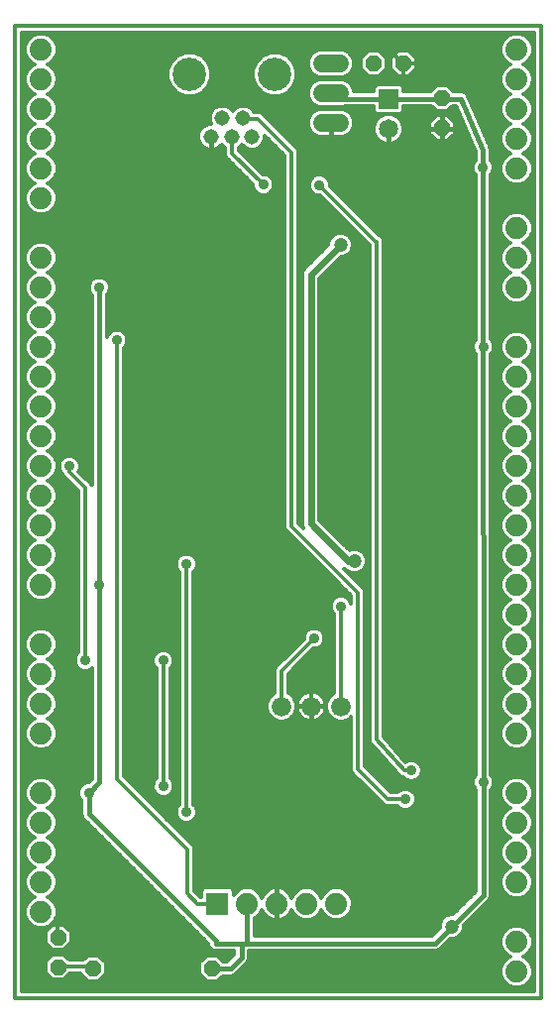
<source format=gbl>
G75*
G70*
%OFA0B0*%
%FSLAX24Y24*%
%IPPOS*%
%LPD*%
%AMOC8*
5,1,8,0,0,1.08239X$1,22.5*
%
%ADD10C,0.0120*%
%ADD11C,0.0660*%
%ADD12C,0.0600*%
%ADD13OC8,0.0520*%
%ADD14R,0.0650X0.0650*%
%ADD15C,0.0650*%
%ADD16C,0.0515*%
%ADD17C,0.1122*%
%ADD18R,0.0740X0.0740*%
%ADD19C,0.0740*%
%ADD20C,0.0742*%
%ADD21C,0.0356*%
%ADD22C,0.0472*%
%ADD23C,0.0240*%
%ADD24C,0.0160*%
D10*
X001007Y000170D02*
X018692Y000170D01*
X018692Y032847D01*
X001007Y032847D01*
X001007Y000170D01*
X001237Y000400D02*
X001237Y032617D01*
X018462Y032617D01*
X018462Y000400D01*
X001237Y000400D01*
X001237Y000483D02*
X018462Y000483D01*
X018462Y000602D02*
X018177Y000602D01*
X018187Y000606D02*
X018339Y000758D01*
X018421Y000957D01*
X018421Y001172D01*
X018339Y001371D01*
X018187Y001523D01*
X018087Y001565D01*
X018187Y001606D01*
X018339Y001758D01*
X018421Y001957D01*
X018421Y002172D01*
X018339Y002371D01*
X018187Y002523D01*
X017988Y002606D01*
X017773Y002606D01*
X017574Y002523D01*
X017422Y002371D01*
X017339Y002172D01*
X017339Y001957D01*
X017422Y001758D01*
X017574Y001606D01*
X017673Y001565D01*
X017574Y001523D01*
X017422Y001371D01*
X017339Y001172D01*
X017339Y000957D01*
X017422Y000758D01*
X017574Y000606D01*
X017773Y000523D01*
X017988Y000523D01*
X018187Y000606D01*
X018301Y000720D02*
X018462Y000720D01*
X018462Y000839D02*
X018373Y000839D01*
X018421Y000957D02*
X018462Y000957D01*
X018462Y001076D02*
X018421Y001076D01*
X018412Y001195D02*
X018462Y001195D01*
X018462Y001313D02*
X018363Y001313D01*
X018279Y001432D02*
X018462Y001432D01*
X018462Y001550D02*
X018122Y001550D01*
X018250Y001669D02*
X018462Y001669D01*
X018462Y001787D02*
X018351Y001787D01*
X018400Y001906D02*
X018462Y001906D01*
X018462Y002024D02*
X018421Y002024D01*
X018421Y002143D02*
X018462Y002143D01*
X018462Y002261D02*
X018384Y002261D01*
X018330Y002380D02*
X018462Y002380D01*
X018462Y002499D02*
X018212Y002499D01*
X018462Y002617D02*
X016102Y002617D01*
X016102Y002624D02*
X016898Y003420D01*
X016905Y003423D01*
X016975Y003493D01*
X017013Y003585D01*
X017010Y007173D01*
X017054Y007217D01*
X017107Y007345D01*
X017107Y007483D01*
X017054Y007611D01*
X017010Y007656D01*
X016999Y021803D01*
X017058Y021863D01*
X017111Y021991D01*
X017111Y022129D01*
X017058Y022257D01*
X016998Y022317D01*
X016994Y027841D01*
X017039Y027886D01*
X017092Y028014D01*
X017092Y028153D01*
X017039Y028281D01*
X016994Y028326D01*
X016994Y028625D01*
X016994Y028626D01*
X016994Y028676D01*
X016994Y028724D01*
X016993Y028725D01*
X016993Y028726D01*
X016974Y028771D01*
X016955Y028816D01*
X016955Y028816D01*
X016243Y030501D01*
X016223Y030548D01*
X016222Y030549D01*
X016222Y030550D01*
X016189Y030582D01*
X016153Y030618D01*
X016152Y030619D01*
X016151Y030619D01*
X016108Y030637D01*
X016061Y030656D01*
X016060Y030656D01*
X016059Y030657D01*
X016009Y030656D01*
X015727Y030656D01*
X015544Y030840D01*
X015187Y030840D01*
X015003Y030656D01*
X014065Y030656D01*
X014065Y030786D01*
X013966Y030886D01*
X013175Y030886D01*
X013075Y030786D01*
X013075Y030656D01*
X012399Y030656D01*
X012399Y030681D01*
X012328Y030854D01*
X012195Y030986D01*
X012023Y031058D01*
X011236Y031058D01*
X011063Y030986D01*
X010930Y030854D01*
X010859Y030681D01*
X010859Y030494D01*
X010930Y030321D01*
X011063Y030189D01*
X011236Y030117D01*
X012023Y030117D01*
X012117Y030156D01*
X013075Y030156D01*
X013075Y029995D01*
X013175Y029895D01*
X013966Y029895D01*
X014065Y029995D01*
X014065Y030156D01*
X015011Y030156D01*
X015187Y029980D01*
X015544Y029980D01*
X015720Y030156D01*
X015845Y030156D01*
X016493Y028623D01*
X016493Y028326D01*
X016448Y028281D01*
X016395Y028153D01*
X016395Y028014D01*
X016448Y027886D01*
X016493Y027841D01*
X016498Y022287D01*
X016468Y022257D01*
X016415Y022129D01*
X016415Y021991D01*
X016468Y021863D01*
X016498Y021832D01*
X016510Y007657D01*
X016464Y007611D01*
X016411Y007483D01*
X016411Y007345D01*
X016464Y007217D01*
X016510Y007171D01*
X016513Y003742D01*
X015749Y002978D01*
X015615Y002978D01*
X015466Y002916D01*
X015351Y002802D01*
X015290Y002652D01*
X015290Y002519D01*
X015021Y002251D01*
X009056Y002251D01*
X009056Y002849D01*
X009120Y002875D01*
X009272Y003027D01*
X009314Y003129D01*
X009356Y003027D01*
X009508Y002875D01*
X009707Y002793D01*
X009922Y002793D01*
X010120Y002875D01*
X010272Y003027D01*
X010314Y003129D01*
X010356Y003027D01*
X010508Y002875D01*
X010707Y002793D01*
X010922Y002793D01*
X011120Y002875D01*
X011272Y003027D01*
X011314Y003129D01*
X011356Y003027D01*
X011508Y002875D01*
X011707Y002793D01*
X011922Y002793D01*
X012120Y002875D01*
X012272Y003027D01*
X012354Y003226D01*
X012354Y003441D01*
X012272Y003639D01*
X012120Y003791D01*
X011922Y003874D01*
X011707Y003874D01*
X011508Y003791D01*
X011356Y003639D01*
X011314Y003538D01*
X011272Y003639D01*
X011120Y003791D01*
X010922Y003874D01*
X010707Y003874D01*
X010508Y003791D01*
X010356Y003639D01*
X010314Y003538D01*
X010272Y003639D01*
X010120Y003791D01*
X009922Y003874D01*
X009707Y003874D01*
X009508Y003791D01*
X009356Y003639D01*
X009314Y003538D01*
X009272Y003639D01*
X009120Y003791D01*
X008922Y003874D01*
X008707Y003874D01*
X008508Y003791D01*
X008356Y003639D01*
X008354Y003635D01*
X008354Y003774D01*
X008255Y003874D01*
X007374Y003874D01*
X007274Y003774D01*
X007274Y003570D01*
X007228Y003570D01*
X007029Y003769D01*
X007029Y005261D01*
X006894Y005396D01*
X004662Y007628D01*
X004662Y022018D01*
X004728Y022083D01*
X004781Y022211D01*
X004781Y022350D01*
X004728Y022478D01*
X004630Y022576D01*
X004502Y022629D01*
X004363Y022629D01*
X004235Y022576D01*
X004137Y022478D01*
X004096Y022378D01*
X004096Y023814D01*
X004137Y023855D01*
X004190Y023983D01*
X004190Y024121D01*
X004137Y024249D01*
X004039Y024347D01*
X003911Y024400D01*
X003772Y024400D01*
X003644Y024347D01*
X003546Y024249D01*
X003493Y024121D01*
X003493Y023983D01*
X003546Y023855D01*
X003595Y023806D01*
X003595Y017419D01*
X003469Y017546D01*
X003143Y017871D01*
X003186Y017975D01*
X003186Y018113D01*
X003133Y018241D01*
X003035Y018339D01*
X002907Y018392D01*
X002768Y018392D01*
X002640Y018339D01*
X002542Y018241D01*
X002489Y018113D01*
X002489Y017975D01*
X002542Y017847D01*
X002608Y017782D01*
X002608Y017756D01*
X003143Y017220D01*
X003143Y011787D01*
X003074Y011718D01*
X003021Y011590D01*
X003021Y011451D01*
X003074Y011323D01*
X003172Y011225D01*
X003300Y011172D01*
X003439Y011172D01*
X003567Y011225D01*
X003595Y011254D01*
X003595Y007518D01*
X003486Y007408D01*
X003418Y007408D01*
X003290Y007355D01*
X003192Y007257D01*
X003139Y007129D01*
X003139Y006991D01*
X003192Y006863D01*
X003241Y006814D01*
X003241Y006421D01*
X003241Y006321D01*
X003279Y006229D01*
X007513Y001996D01*
X007513Y001951D01*
X007551Y001859D01*
X007621Y001789D01*
X007713Y001751D01*
X007813Y001751D01*
X008379Y001751D01*
X008379Y001632D01*
X008151Y001405D01*
X008003Y001405D01*
X007815Y001592D01*
X007459Y001592D01*
X007207Y001340D01*
X007207Y000984D01*
X007459Y000732D01*
X007815Y000732D01*
X007987Y000904D01*
X008305Y000904D01*
X008397Y000942D01*
X008467Y001013D01*
X008841Y001387D01*
X008879Y001479D01*
X008879Y001578D01*
X008879Y001751D01*
X015175Y001751D01*
X015267Y001789D01*
X015337Y001859D01*
X015644Y002165D01*
X015777Y002165D01*
X015926Y002227D01*
X016041Y002341D01*
X016102Y002491D01*
X016102Y002624D01*
X016102Y002499D02*
X017549Y002499D01*
X017430Y002380D02*
X016057Y002380D01*
X015961Y002261D02*
X017376Y002261D01*
X017339Y002143D02*
X015621Y002143D01*
X015503Y002024D02*
X017339Y002024D01*
X017360Y001906D02*
X015384Y001906D01*
X015264Y001787D02*
X017409Y001787D01*
X017511Y001669D02*
X008879Y001669D01*
X008879Y001550D02*
X017639Y001550D01*
X017482Y001432D02*
X008860Y001432D01*
X008768Y001313D02*
X017398Y001313D01*
X017348Y001195D02*
X008649Y001195D01*
X008531Y001076D02*
X017339Y001076D01*
X017339Y000957D02*
X008412Y000957D01*
X007922Y000839D02*
X017388Y000839D01*
X017459Y000720D02*
X001237Y000720D01*
X001237Y000602D02*
X017583Y000602D01*
X018462Y002736D02*
X016214Y002736D01*
X016332Y002854D02*
X018462Y002854D01*
X018462Y002973D02*
X016451Y002973D01*
X016570Y003091D02*
X018462Y003091D01*
X018462Y003210D02*
X016688Y003210D01*
X016807Y003328D02*
X018462Y003328D01*
X018462Y003447D02*
X016929Y003447D01*
X017005Y003565D02*
X017671Y003565D01*
X017574Y003606D02*
X017773Y003523D01*
X017988Y003523D01*
X018187Y003606D01*
X018339Y003758D01*
X018421Y003957D01*
X018421Y004172D01*
X018339Y004371D01*
X018187Y004523D01*
X018087Y004565D01*
X018187Y004606D01*
X018339Y004758D01*
X018421Y004957D01*
X018421Y005172D01*
X018339Y005371D01*
X018187Y005523D01*
X018087Y005565D01*
X018187Y005606D01*
X018339Y005758D01*
X018421Y005957D01*
X018421Y006172D01*
X018339Y006371D01*
X018187Y006523D01*
X018087Y006565D01*
X018187Y006606D01*
X018339Y006758D01*
X018421Y006957D01*
X018421Y007172D01*
X018339Y007371D01*
X018187Y007523D01*
X017988Y007606D01*
X017773Y007606D01*
X017574Y007523D01*
X017422Y007371D01*
X017339Y007172D01*
X017339Y006957D01*
X017422Y006758D01*
X017574Y006606D01*
X017673Y006565D01*
X017574Y006523D01*
X017422Y006371D01*
X017339Y006172D01*
X017339Y005957D01*
X017422Y005758D01*
X017574Y005606D01*
X017673Y005565D01*
X017574Y005523D01*
X017422Y005371D01*
X017339Y005172D01*
X017339Y004957D01*
X017422Y004758D01*
X017574Y004606D01*
X017673Y004565D01*
X017574Y004523D01*
X017422Y004371D01*
X017339Y004172D01*
X017339Y003957D01*
X017422Y003758D01*
X017574Y003606D01*
X017496Y003684D02*
X017013Y003684D01*
X017013Y003803D02*
X017403Y003803D01*
X017354Y003921D02*
X017013Y003921D01*
X017013Y004040D02*
X017339Y004040D01*
X017339Y004158D02*
X017013Y004158D01*
X017013Y004277D02*
X017382Y004277D01*
X017446Y004395D02*
X017013Y004395D01*
X017012Y004514D02*
X017564Y004514D01*
X017547Y004632D02*
X017012Y004632D01*
X017012Y004751D02*
X017429Y004751D01*
X017375Y004869D02*
X017012Y004869D01*
X017012Y004988D02*
X017339Y004988D01*
X017339Y005106D02*
X017012Y005106D01*
X017012Y005225D02*
X017361Y005225D01*
X017410Y005344D02*
X017012Y005344D01*
X017012Y005462D02*
X017513Y005462D01*
X017634Y005581D02*
X017012Y005581D01*
X017012Y005699D02*
X017480Y005699D01*
X017397Y005818D02*
X017011Y005818D01*
X017011Y005936D02*
X017348Y005936D01*
X017339Y006055D02*
X017011Y006055D01*
X017011Y006173D02*
X017340Y006173D01*
X017389Y006292D02*
X017011Y006292D01*
X017011Y006410D02*
X017461Y006410D01*
X017588Y006529D02*
X017011Y006529D01*
X017011Y006648D02*
X017532Y006648D01*
X017418Y006766D02*
X017011Y006766D01*
X017011Y006885D02*
X017369Y006885D01*
X017339Y007003D02*
X017010Y007003D01*
X017010Y007122D02*
X017339Y007122D01*
X017367Y007240D02*
X017064Y007240D01*
X017107Y007359D02*
X017416Y007359D01*
X017528Y007477D02*
X017107Y007477D01*
X017061Y007596D02*
X017749Y007596D01*
X018012Y007596D02*
X018462Y007596D01*
X018462Y007714D02*
X017010Y007714D01*
X017010Y007833D02*
X018462Y007833D01*
X018462Y007952D02*
X017010Y007952D01*
X017010Y008070D02*
X018462Y008070D01*
X018462Y008189D02*
X017010Y008189D01*
X017009Y008307D02*
X018462Y008307D01*
X018462Y008426D02*
X017009Y008426D01*
X017009Y008544D02*
X017722Y008544D01*
X017773Y008523D02*
X017574Y008606D01*
X017422Y008758D01*
X017339Y008957D01*
X017339Y009172D01*
X017422Y009371D01*
X017574Y009523D01*
X017673Y009565D01*
X017574Y009606D01*
X017422Y009758D01*
X017339Y009957D01*
X017339Y010172D01*
X017422Y010371D01*
X017574Y010523D01*
X017673Y010565D01*
X017574Y010606D01*
X017422Y010758D01*
X017339Y010957D01*
X017339Y011172D01*
X017422Y011371D01*
X017574Y011523D01*
X017673Y011565D01*
X017574Y011606D01*
X017422Y011758D01*
X017339Y011957D01*
X017339Y012172D01*
X017422Y012371D01*
X017574Y012523D01*
X017673Y012565D01*
X017574Y012606D01*
X017422Y012758D01*
X017339Y012957D01*
X017339Y013172D01*
X017422Y013371D01*
X017574Y013523D01*
X017673Y013565D01*
X017574Y013606D01*
X017422Y013758D01*
X017339Y013957D01*
X017339Y014172D01*
X017422Y014371D01*
X017574Y014523D01*
X017673Y014565D01*
X017574Y014606D01*
X017422Y014758D01*
X017339Y014957D01*
X017339Y015172D01*
X017422Y015371D01*
X017574Y015523D01*
X017673Y015565D01*
X017574Y015606D01*
X017422Y015758D01*
X017339Y015957D01*
X017339Y016172D01*
X017422Y016371D01*
X017574Y016523D01*
X017673Y016565D01*
X017574Y016606D01*
X017422Y016758D01*
X017339Y016957D01*
X017339Y017172D01*
X017422Y017371D01*
X017574Y017523D01*
X017673Y017565D01*
X017574Y017606D01*
X017422Y017758D01*
X017339Y017957D01*
X017339Y018172D01*
X017422Y018371D01*
X017574Y018523D01*
X017673Y018565D01*
X017574Y018606D01*
X017422Y018758D01*
X017339Y018957D01*
X017339Y019172D01*
X017422Y019371D01*
X017574Y019523D01*
X017673Y019565D01*
X017574Y019606D01*
X017422Y019758D01*
X017339Y019957D01*
X017339Y020172D01*
X017422Y020371D01*
X017574Y020523D01*
X017673Y020565D01*
X017574Y020606D01*
X017422Y020758D01*
X017339Y020957D01*
X017339Y021172D01*
X017422Y021371D01*
X017574Y021523D01*
X017673Y021565D01*
X017574Y021606D01*
X017422Y021758D01*
X017339Y021957D01*
X017339Y022172D01*
X017422Y022371D01*
X017574Y022523D01*
X017773Y022606D01*
X017988Y022606D01*
X018187Y022523D01*
X018339Y022371D01*
X018421Y022172D01*
X018421Y021957D01*
X018339Y021758D01*
X018187Y021606D01*
X018087Y021565D01*
X018187Y021523D01*
X018339Y021371D01*
X018421Y021172D01*
X018421Y020957D01*
X018339Y020758D01*
X018187Y020606D01*
X018087Y020565D01*
X018187Y020523D01*
X018339Y020371D01*
X018421Y020172D01*
X018421Y019957D01*
X018339Y019758D01*
X018187Y019606D01*
X018087Y019565D01*
X018187Y019523D01*
X018339Y019371D01*
X018421Y019172D01*
X018421Y018957D01*
X018339Y018758D01*
X018187Y018606D01*
X018087Y018565D01*
X018187Y018523D01*
X018339Y018371D01*
X018421Y018172D01*
X018421Y017957D01*
X018339Y017758D01*
X018187Y017606D01*
X018087Y017565D01*
X018187Y017523D01*
X018339Y017371D01*
X018421Y017172D01*
X018421Y016957D01*
X018339Y016758D01*
X018187Y016606D01*
X018087Y016565D01*
X018187Y016523D01*
X018339Y016371D01*
X018421Y016172D01*
X018421Y015957D01*
X018339Y015758D01*
X018187Y015606D01*
X018087Y015565D01*
X018187Y015523D01*
X018339Y015371D01*
X018421Y015172D01*
X018421Y014957D01*
X018339Y014758D01*
X018187Y014606D01*
X018087Y014565D01*
X018187Y014523D01*
X018339Y014371D01*
X018421Y014172D01*
X018421Y013957D01*
X018339Y013758D01*
X018187Y013606D01*
X018087Y013565D01*
X018187Y013523D01*
X018462Y013523D01*
X018462Y013405D02*
X018306Y013405D01*
X018339Y013371D02*
X018187Y013523D01*
X018223Y013642D02*
X018462Y013642D01*
X018462Y013760D02*
X018340Y013760D01*
X018389Y013879D02*
X018462Y013879D01*
X018462Y013997D02*
X018421Y013997D01*
X018421Y014116D02*
X018462Y014116D01*
X018462Y014234D02*
X018396Y014234D01*
X018347Y014353D02*
X018462Y014353D01*
X018462Y014471D02*
X018239Y014471D01*
X018149Y014590D02*
X018462Y014590D01*
X018462Y014709D02*
X018290Y014709D01*
X018368Y014827D02*
X018462Y014827D01*
X018462Y014946D02*
X018417Y014946D01*
X018421Y015064D02*
X018462Y015064D01*
X018462Y015183D02*
X018417Y015183D01*
X018462Y015301D02*
X018368Y015301D01*
X018290Y015420D02*
X018462Y015420D01*
X018462Y015538D02*
X018151Y015538D01*
X018238Y015657D02*
X018462Y015657D01*
X018462Y015775D02*
X018346Y015775D01*
X018395Y015894D02*
X018462Y015894D01*
X018462Y016012D02*
X018421Y016012D01*
X018421Y016131D02*
X018462Y016131D01*
X018462Y016250D02*
X018389Y016250D01*
X018340Y016368D02*
X018462Y016368D01*
X018462Y016487D02*
X018224Y016487D01*
X018185Y016605D02*
X018462Y016605D01*
X018462Y016724D02*
X018305Y016724D01*
X018374Y016842D02*
X018462Y016842D01*
X018462Y016961D02*
X018421Y016961D01*
X018421Y017079D02*
X018462Y017079D01*
X018462Y017198D02*
X018411Y017198D01*
X018362Y017316D02*
X018462Y017316D01*
X018462Y017435D02*
X018275Y017435D01*
X018114Y017554D02*
X018462Y017554D01*
X018462Y017672D02*
X018253Y017672D01*
X018353Y017791D02*
X018462Y017791D01*
X018462Y017909D02*
X018402Y017909D01*
X018421Y018028D02*
X018462Y018028D01*
X018462Y018146D02*
X018421Y018146D01*
X018383Y018265D02*
X018462Y018265D01*
X018462Y018383D02*
X018327Y018383D01*
X018208Y018502D02*
X018462Y018502D01*
X018462Y018620D02*
X018201Y018620D01*
X018320Y018739D02*
X018462Y018739D01*
X018462Y018858D02*
X018380Y018858D01*
X018421Y018976D02*
X018462Y018976D01*
X018462Y019095D02*
X018421Y019095D01*
X018405Y019213D02*
X018462Y019213D01*
X018462Y019332D02*
X018355Y019332D01*
X018260Y019450D02*
X018462Y019450D01*
X018462Y019569D02*
X018097Y019569D01*
X018268Y019687D02*
X018462Y019687D01*
X018462Y019806D02*
X018359Y019806D01*
X018408Y019924D02*
X018462Y019924D01*
X018462Y020043D02*
X018421Y020043D01*
X018421Y020161D02*
X018462Y020161D01*
X018462Y020280D02*
X018377Y020280D01*
X018312Y020399D02*
X018462Y020399D01*
X018462Y020517D02*
X018193Y020517D01*
X018217Y020636D02*
X018462Y020636D01*
X018462Y020754D02*
X018335Y020754D01*
X018387Y020873D02*
X018462Y020873D01*
X018462Y020991D02*
X018421Y020991D01*
X018421Y021110D02*
X018462Y021110D01*
X018462Y021228D02*
X018398Y021228D01*
X018349Y021347D02*
X018462Y021347D01*
X018462Y021465D02*
X018245Y021465D01*
X018134Y021584D02*
X018462Y021584D01*
X018462Y021703D02*
X018284Y021703D01*
X018365Y021821D02*
X018462Y021821D01*
X018462Y021940D02*
X018414Y021940D01*
X018421Y022058D02*
X018462Y022058D01*
X018462Y022177D02*
X018420Y022177D01*
X018462Y022295D02*
X018370Y022295D01*
X018296Y022414D02*
X018462Y022414D01*
X018462Y022532D02*
X018165Y022532D01*
X018462Y022651D02*
X016998Y022651D01*
X016998Y022769D02*
X018462Y022769D01*
X018462Y022888D02*
X016998Y022888D01*
X016998Y023007D02*
X018462Y023007D01*
X018462Y023125D02*
X016997Y023125D01*
X016997Y023244D02*
X018462Y023244D01*
X018462Y023362D02*
X016997Y023362D01*
X016997Y023481D02*
X018462Y023481D01*
X018462Y023599D02*
X018171Y023599D01*
X018187Y023606D02*
X018339Y023758D01*
X018421Y023957D01*
X018421Y024172D01*
X018339Y024371D01*
X018187Y024523D01*
X018087Y024565D01*
X018187Y024606D01*
X018339Y024758D01*
X018421Y024957D01*
X018421Y025172D01*
X018339Y025371D01*
X018187Y025523D01*
X018087Y025565D01*
X018187Y025606D01*
X018339Y025758D01*
X018421Y025957D01*
X018421Y026172D01*
X018339Y026371D01*
X018187Y026523D01*
X017988Y026606D01*
X017773Y026606D01*
X017574Y026523D01*
X017422Y026371D01*
X017339Y026172D01*
X017339Y025957D01*
X017422Y025758D01*
X017574Y025606D01*
X017673Y025565D01*
X017574Y025523D01*
X017422Y025371D01*
X017339Y025172D01*
X017339Y024957D01*
X017422Y024758D01*
X017574Y024606D01*
X017673Y024565D01*
X017574Y024523D01*
X017422Y024371D01*
X017339Y024172D01*
X017339Y023957D01*
X017422Y023758D01*
X017574Y023606D01*
X017773Y023523D01*
X017988Y023523D01*
X018187Y023606D01*
X018299Y023718D02*
X018462Y023718D01*
X018462Y023836D02*
X018371Y023836D01*
X018421Y023955D02*
X018462Y023955D01*
X018462Y024073D02*
X018421Y024073D01*
X018413Y024192D02*
X018462Y024192D01*
X018462Y024311D02*
X018364Y024311D01*
X018281Y024429D02*
X018462Y024429D01*
X018462Y024548D02*
X018128Y024548D01*
X018247Y024666D02*
X018462Y024666D01*
X018462Y024785D02*
X018350Y024785D01*
X018399Y024903D02*
X018462Y024903D01*
X018462Y025022D02*
X018421Y025022D01*
X018421Y025140D02*
X018462Y025140D01*
X018462Y025259D02*
X018386Y025259D01*
X018333Y025377D02*
X018462Y025377D01*
X018462Y025496D02*
X018214Y025496D01*
X018196Y025614D02*
X018462Y025614D01*
X018462Y025733D02*
X018314Y025733D01*
X018378Y025852D02*
X018462Y025852D01*
X018462Y025970D02*
X018421Y025970D01*
X018421Y026089D02*
X018462Y026089D01*
X018462Y026207D02*
X018407Y026207D01*
X018358Y026326D02*
X018462Y026326D01*
X018462Y026444D02*
X018266Y026444D01*
X018091Y026563D02*
X018462Y026563D01*
X018462Y026681D02*
X016995Y026681D01*
X016995Y026563D02*
X017669Y026563D01*
X017495Y026444D02*
X016995Y026444D01*
X016995Y026326D02*
X017403Y026326D01*
X017354Y026207D02*
X016995Y026207D01*
X016995Y026089D02*
X017339Y026089D01*
X017339Y025970D02*
X016995Y025970D01*
X016995Y025852D02*
X017383Y025852D01*
X017446Y025733D02*
X016995Y025733D01*
X016995Y025614D02*
X017565Y025614D01*
X017546Y025496D02*
X016996Y025496D01*
X016996Y025377D02*
X017428Y025377D01*
X017375Y025259D02*
X016996Y025259D01*
X016996Y025140D02*
X017339Y025140D01*
X017339Y025022D02*
X016996Y025022D01*
X016996Y024903D02*
X017361Y024903D01*
X017410Y024785D02*
X016996Y024785D01*
X016996Y024666D02*
X017513Y024666D01*
X017632Y024548D02*
X016996Y024548D01*
X016996Y024429D02*
X017479Y024429D01*
X017396Y024311D02*
X016997Y024311D01*
X016997Y024192D02*
X017347Y024192D01*
X017339Y024073D02*
X016997Y024073D01*
X016997Y023955D02*
X017340Y023955D01*
X017389Y023836D02*
X016997Y023836D01*
X016997Y023718D02*
X017462Y023718D01*
X017589Y023599D02*
X016997Y023599D01*
X016497Y023599D02*
X013387Y023599D01*
X013387Y023481D02*
X016497Y023481D01*
X016497Y023362D02*
X013387Y023362D01*
X013387Y023244D02*
X016497Y023244D01*
X016497Y023125D02*
X013387Y023125D01*
X013387Y023007D02*
X016497Y023007D01*
X016497Y022888D02*
X013387Y022888D01*
X013387Y022769D02*
X016497Y022769D01*
X016497Y022651D02*
X013387Y022651D01*
X013387Y022532D02*
X016498Y022532D01*
X016498Y022414D02*
X013387Y022414D01*
X013387Y022295D02*
X016498Y022295D01*
X016434Y022177D02*
X013387Y022177D01*
X013387Y022058D02*
X016415Y022058D01*
X016436Y021940D02*
X013387Y021940D01*
X013387Y021821D02*
X016498Y021821D01*
X016498Y021703D02*
X013387Y021703D01*
X013387Y021584D02*
X016498Y021584D01*
X016498Y021465D02*
X013387Y021465D01*
X013387Y021347D02*
X016498Y021347D01*
X016499Y021228D02*
X013387Y021228D01*
X013387Y021110D02*
X016499Y021110D01*
X016499Y020991D02*
X013387Y020991D01*
X013387Y020873D02*
X016499Y020873D01*
X016499Y020754D02*
X013387Y020754D01*
X013387Y020636D02*
X016499Y020636D01*
X016499Y020517D02*
X013387Y020517D01*
X013387Y020399D02*
X016499Y020399D01*
X016499Y020280D02*
X013387Y020280D01*
X013387Y020161D02*
X016499Y020161D01*
X016500Y020043D02*
X013387Y020043D01*
X013387Y019924D02*
X016500Y019924D01*
X016500Y019806D02*
X013387Y019806D01*
X013387Y019687D02*
X016500Y019687D01*
X016500Y019569D02*
X013387Y019569D01*
X013387Y019450D02*
X016500Y019450D01*
X016500Y019332D02*
X013387Y019332D01*
X013387Y019213D02*
X016500Y019213D01*
X016500Y019095D02*
X013387Y019095D01*
X013387Y018976D02*
X016500Y018976D01*
X016500Y018858D02*
X013387Y018858D01*
X013387Y018739D02*
X016501Y018739D01*
X016501Y018620D02*
X013387Y018620D01*
X013387Y018502D02*
X016501Y018502D01*
X016501Y018383D02*
X013387Y018383D01*
X013387Y018265D02*
X016501Y018265D01*
X016501Y018146D02*
X013387Y018146D01*
X013387Y018028D02*
X016501Y018028D01*
X016501Y017909D02*
X013387Y017909D01*
X013387Y017791D02*
X016501Y017791D01*
X016501Y017672D02*
X013387Y017672D01*
X013387Y017554D02*
X016502Y017554D01*
X016502Y017435D02*
X013387Y017435D01*
X013387Y017316D02*
X016502Y017316D01*
X016502Y017198D02*
X013387Y017198D01*
X013387Y017079D02*
X016502Y017079D01*
X016502Y016961D02*
X013387Y016961D01*
X013387Y016842D02*
X016502Y016842D01*
X016502Y016724D02*
X013387Y016724D01*
X013387Y016605D02*
X016502Y016605D01*
X016502Y016487D02*
X013387Y016487D01*
X013387Y016368D02*
X016502Y016368D01*
X016503Y016250D02*
X013387Y016250D01*
X013387Y016131D02*
X016503Y016131D01*
X016503Y016012D02*
X013387Y016012D01*
X013387Y015894D02*
X016503Y015894D01*
X016503Y015775D02*
X013387Y015775D01*
X013387Y015657D02*
X016503Y015657D01*
X016503Y015538D02*
X013387Y015538D01*
X013387Y015420D02*
X016503Y015420D01*
X016503Y015301D02*
X013387Y015301D01*
X013387Y015183D02*
X016503Y015183D01*
X016504Y015064D02*
X013387Y015064D01*
X013387Y014946D02*
X016504Y014946D01*
X016504Y014827D02*
X013387Y014827D01*
X013387Y014709D02*
X016504Y014709D01*
X016504Y014590D02*
X013387Y014590D01*
X013387Y014471D02*
X016504Y014471D01*
X016504Y014353D02*
X013387Y014353D01*
X013387Y014234D02*
X016504Y014234D01*
X016504Y014116D02*
X013387Y014116D01*
X013387Y013997D02*
X016504Y013997D01*
X016504Y013879D02*
X013387Y013879D01*
X013387Y013760D02*
X016505Y013760D01*
X016505Y013642D02*
X013387Y013642D01*
X013387Y013523D02*
X016505Y013523D01*
X016505Y013405D02*
X013387Y013405D01*
X013387Y013286D02*
X016505Y013286D01*
X016505Y013167D02*
X013387Y013167D01*
X013387Y013049D02*
X016505Y013049D01*
X016505Y012930D02*
X013387Y012930D01*
X013387Y012812D02*
X016505Y012812D01*
X016505Y012693D02*
X013387Y012693D01*
X013387Y012575D02*
X016506Y012575D01*
X016506Y012456D02*
X013387Y012456D01*
X013387Y012338D02*
X016506Y012338D01*
X016506Y012219D02*
X013387Y012219D01*
X013387Y012101D02*
X016506Y012101D01*
X016506Y011982D02*
X013387Y011982D01*
X013387Y011863D02*
X016506Y011863D01*
X016506Y011745D02*
X013387Y011745D01*
X013387Y011626D02*
X016506Y011626D01*
X016506Y011508D02*
X013387Y011508D01*
X013387Y011389D02*
X016506Y011389D01*
X016507Y011271D02*
X013387Y011271D01*
X013387Y011152D02*
X016507Y011152D01*
X016507Y011034D02*
X013387Y011034D01*
X013387Y010915D02*
X016507Y010915D01*
X016507Y010797D02*
X013387Y010797D01*
X013387Y010678D02*
X016507Y010678D01*
X016507Y010559D02*
X013387Y010559D01*
X013387Y010441D02*
X016507Y010441D01*
X016507Y010322D02*
X013387Y010322D01*
X013387Y010204D02*
X016507Y010204D01*
X016508Y010085D02*
X013387Y010085D01*
X013387Y009967D02*
X016508Y009967D01*
X016508Y009848D02*
X013387Y009848D01*
X013387Y009730D02*
X016508Y009730D01*
X016508Y009611D02*
X013387Y009611D01*
X013387Y009493D02*
X016508Y009493D01*
X016508Y009374D02*
X013387Y009374D01*
X013387Y009256D02*
X016508Y009256D01*
X016508Y009137D02*
X013387Y009137D01*
X013387Y009018D02*
X016508Y009018D01*
X016509Y008900D02*
X013423Y008900D01*
X013387Y008940D02*
X013387Y025508D01*
X013387Y025699D01*
X013252Y025833D01*
X013232Y025833D01*
X011596Y027470D01*
X011596Y027562D01*
X011543Y027690D01*
X011445Y027788D01*
X011317Y027841D01*
X011178Y027841D01*
X011050Y027788D01*
X010952Y027690D01*
X010899Y027562D01*
X010899Y027424D01*
X010952Y027296D01*
X011050Y027198D01*
X011178Y027145D01*
X011270Y027145D01*
X012926Y025488D01*
X012926Y008857D01*
X012922Y008767D01*
X012926Y008762D01*
X012926Y008756D01*
X012990Y008693D01*
X013871Y007719D01*
X013871Y007712D01*
X013935Y007649D01*
X013995Y007583D01*
X014002Y007582D01*
X014006Y007578D01*
X014075Y007578D01*
X014140Y007513D01*
X014268Y007460D01*
X014407Y007460D01*
X014535Y007513D01*
X014633Y007611D01*
X014686Y007739D01*
X014686Y007877D01*
X014633Y008005D01*
X014535Y008103D01*
X014407Y008156D01*
X014268Y008156D01*
X014144Y008104D01*
X013387Y008940D01*
X013531Y008781D02*
X016509Y008781D01*
X016509Y008663D02*
X013638Y008663D01*
X013745Y008544D02*
X016509Y008544D01*
X016509Y008426D02*
X013853Y008426D01*
X013960Y008307D02*
X016509Y008307D01*
X016509Y008189D02*
X014067Y008189D01*
X014102Y007808D02*
X013157Y008851D01*
X013157Y025603D01*
X013137Y025603D01*
X011247Y027493D01*
X011568Y027630D02*
X016493Y027630D01*
X016493Y027748D02*
X011484Y027748D01*
X011596Y027511D02*
X016494Y027511D01*
X016494Y027393D02*
X011673Y027393D01*
X011792Y027274D02*
X016494Y027274D01*
X016494Y027156D02*
X011910Y027156D01*
X012029Y027037D02*
X016494Y027037D01*
X016494Y026918D02*
X012147Y026918D01*
X012266Y026800D02*
X016494Y026800D01*
X016494Y026681D02*
X012384Y026681D01*
X012503Y026563D02*
X016494Y026563D01*
X016494Y026444D02*
X012621Y026444D01*
X012740Y026326D02*
X016494Y026326D01*
X016495Y026207D02*
X012859Y026207D01*
X012977Y026089D02*
X016495Y026089D01*
X016495Y025970D02*
X013096Y025970D01*
X013214Y025852D02*
X016495Y025852D01*
X016495Y025733D02*
X013352Y025733D01*
X013387Y025614D02*
X016495Y025614D01*
X016495Y025496D02*
X013387Y025496D01*
X013387Y025377D02*
X016495Y025377D01*
X016495Y025259D02*
X013387Y025259D01*
X013387Y025140D02*
X016495Y025140D01*
X016496Y025022D02*
X013387Y025022D01*
X013387Y024903D02*
X016496Y024903D01*
X016496Y024785D02*
X013387Y024785D01*
X013387Y024666D02*
X016496Y024666D01*
X016496Y024548D02*
X013387Y024548D01*
X013387Y024429D02*
X016496Y024429D01*
X016496Y024311D02*
X013387Y024311D01*
X013387Y024192D02*
X016496Y024192D01*
X016496Y024073D02*
X013387Y024073D01*
X013387Y023955D02*
X016496Y023955D01*
X016496Y023836D02*
X013387Y023836D01*
X013387Y023718D02*
X016497Y023718D01*
X016998Y022532D02*
X017596Y022532D01*
X017464Y022414D02*
X016998Y022414D01*
X017020Y022295D02*
X017390Y022295D01*
X017341Y022177D02*
X017092Y022177D01*
X017111Y022058D02*
X017339Y022058D01*
X017346Y021940D02*
X017090Y021940D01*
X017017Y021821D02*
X017395Y021821D01*
X017477Y021703D02*
X016999Y021703D01*
X016999Y021584D02*
X017626Y021584D01*
X017516Y021465D02*
X016999Y021465D01*
X016999Y021347D02*
X017412Y021347D01*
X017362Y021228D02*
X016999Y021228D01*
X016999Y021110D02*
X017339Y021110D01*
X017339Y020991D02*
X016999Y020991D01*
X016999Y020873D02*
X017374Y020873D01*
X017425Y020754D02*
X016999Y020754D01*
X016999Y020636D02*
X017544Y020636D01*
X017568Y020517D02*
X017000Y020517D01*
X017000Y020399D02*
X017449Y020399D01*
X017384Y020280D02*
X017000Y020280D01*
X017000Y020161D02*
X017339Y020161D01*
X017339Y020043D02*
X017000Y020043D01*
X017000Y019924D02*
X017353Y019924D01*
X017402Y019806D02*
X017000Y019806D01*
X017000Y019687D02*
X017492Y019687D01*
X017663Y019569D02*
X017000Y019569D01*
X017000Y019450D02*
X017501Y019450D01*
X017405Y019332D02*
X017001Y019332D01*
X017001Y019213D02*
X017356Y019213D01*
X017339Y019095D02*
X017001Y019095D01*
X017001Y018976D02*
X017339Y018976D01*
X017380Y018858D02*
X017001Y018858D01*
X017001Y018739D02*
X017441Y018739D01*
X017559Y018620D02*
X017001Y018620D01*
X017001Y018502D02*
X017552Y018502D01*
X017434Y018383D02*
X017001Y018383D01*
X017001Y018265D02*
X017378Y018265D01*
X017339Y018146D02*
X017001Y018146D01*
X017002Y018028D02*
X017339Y018028D01*
X017359Y017909D02*
X017002Y017909D01*
X017002Y017791D02*
X017408Y017791D01*
X017507Y017672D02*
X017002Y017672D01*
X017002Y017554D02*
X017647Y017554D01*
X017485Y017435D02*
X017002Y017435D01*
X017002Y017316D02*
X017399Y017316D01*
X017350Y017198D02*
X017002Y017198D01*
X017002Y017079D02*
X017339Y017079D01*
X017339Y016961D02*
X017002Y016961D01*
X017003Y016842D02*
X017387Y016842D01*
X017456Y016724D02*
X017003Y016724D01*
X017003Y016605D02*
X017575Y016605D01*
X017537Y016487D02*
X017003Y016487D01*
X017003Y016368D02*
X017420Y016368D01*
X017371Y016250D02*
X017003Y016250D01*
X017003Y016131D02*
X017339Y016131D01*
X017339Y016012D02*
X017003Y016012D01*
X017003Y015894D02*
X017365Y015894D01*
X017414Y015775D02*
X017003Y015775D01*
X017004Y015657D02*
X017523Y015657D01*
X017610Y015538D02*
X017004Y015538D01*
X017004Y015420D02*
X017470Y015420D01*
X017393Y015301D02*
X017004Y015301D01*
X017004Y015183D02*
X017344Y015183D01*
X017339Y015064D02*
X017004Y015064D01*
X017004Y014946D02*
X017344Y014946D01*
X017393Y014827D02*
X017004Y014827D01*
X017004Y014709D02*
X017471Y014709D01*
X017612Y014590D02*
X017004Y014590D01*
X017004Y014471D02*
X017522Y014471D01*
X017414Y014353D02*
X017005Y014353D01*
X017005Y014234D02*
X017365Y014234D01*
X017339Y014116D02*
X017005Y014116D01*
X017005Y013997D02*
X017339Y013997D01*
X017371Y013879D02*
X017005Y013879D01*
X017005Y013760D02*
X017421Y013760D01*
X017538Y013642D02*
X017005Y013642D01*
X017005Y013523D02*
X017574Y013523D01*
X017455Y013405D02*
X017005Y013405D01*
X017005Y013286D02*
X017386Y013286D01*
X017339Y013167D02*
X017006Y013167D01*
X017006Y013049D02*
X017339Y013049D01*
X017350Y012930D02*
X017006Y012930D01*
X017006Y012812D02*
X017399Y012812D01*
X017486Y012693D02*
X017006Y012693D01*
X017006Y012575D02*
X017649Y012575D01*
X017507Y012456D02*
X017006Y012456D01*
X017006Y012338D02*
X017408Y012338D01*
X017359Y012219D02*
X017006Y012219D01*
X017006Y012101D02*
X017339Y012101D01*
X017339Y011982D02*
X017006Y011982D01*
X017007Y011863D02*
X017378Y011863D01*
X017435Y011745D02*
X017007Y011745D01*
X017007Y011626D02*
X017553Y011626D01*
X017558Y011508D02*
X017007Y011508D01*
X017007Y011389D02*
X017440Y011389D01*
X017380Y011271D02*
X017007Y011271D01*
X017007Y011152D02*
X017339Y011152D01*
X017339Y011034D02*
X017007Y011034D01*
X017007Y010915D02*
X017356Y010915D01*
X017406Y010797D02*
X017007Y010797D01*
X017008Y010678D02*
X017501Y010678D01*
X017661Y010559D02*
X017008Y010559D01*
X017008Y010441D02*
X017491Y010441D01*
X017401Y010322D02*
X017008Y010322D01*
X017008Y010204D02*
X017352Y010204D01*
X017339Y010085D02*
X017008Y010085D01*
X017008Y009967D02*
X017339Y009967D01*
X017384Y009848D02*
X017008Y009848D01*
X017008Y009730D02*
X017450Y009730D01*
X017568Y009611D02*
X017008Y009611D01*
X017008Y009493D02*
X017543Y009493D01*
X017424Y009374D02*
X017009Y009374D01*
X017009Y009256D02*
X017374Y009256D01*
X017339Y009137D02*
X017009Y009137D01*
X017009Y009018D02*
X017339Y009018D01*
X017363Y008900D02*
X017009Y008900D01*
X017009Y008781D02*
X017412Y008781D01*
X017517Y008663D02*
X017009Y008663D01*
X016509Y008070D02*
X014568Y008070D01*
X014655Y007952D02*
X016509Y007952D01*
X016509Y007833D02*
X014686Y007833D01*
X014676Y007714D02*
X016509Y007714D01*
X016457Y007596D02*
X014618Y007596D01*
X014450Y007477D02*
X016411Y007477D01*
X016411Y007359D02*
X013360Y007359D01*
X013242Y007477D02*
X014225Y007477D01*
X014210Y007192D02*
X014072Y007192D01*
X013944Y007139D01*
X013879Y007074D01*
X013646Y007074D01*
X012777Y007943D01*
X012777Y013697D01*
X012777Y013887D01*
X012060Y014604D01*
X012136Y014572D01*
X012198Y014511D01*
X012347Y014449D01*
X012509Y014449D01*
X012659Y014511D01*
X012773Y014625D01*
X012835Y014774D01*
X012835Y014936D01*
X012773Y015085D01*
X012659Y015200D01*
X012509Y015262D01*
X012347Y015262D01*
X012254Y015223D01*
X011242Y016235D01*
X011242Y024361D01*
X011960Y025079D01*
X012037Y025079D01*
X012186Y025140D01*
X012926Y025140D01*
X012926Y025022D02*
X011903Y025022D01*
X011785Y024903D02*
X012926Y024903D01*
X012926Y024785D02*
X011666Y024785D01*
X011547Y024666D02*
X012926Y024666D01*
X012926Y024548D02*
X011429Y024548D01*
X011310Y024429D02*
X012926Y024429D01*
X012926Y024311D02*
X011242Y024311D01*
X011242Y024192D02*
X012926Y024192D01*
X012926Y024073D02*
X011242Y024073D01*
X011242Y023955D02*
X012926Y023955D01*
X012926Y023836D02*
X011242Y023836D01*
X011242Y023718D02*
X012926Y023718D01*
X012926Y023599D02*
X011242Y023599D01*
X011242Y023481D02*
X012926Y023481D01*
X012926Y023362D02*
X011242Y023362D01*
X011242Y023244D02*
X012926Y023244D01*
X012926Y023125D02*
X011242Y023125D01*
X011242Y023007D02*
X012926Y023007D01*
X012926Y022888D02*
X011242Y022888D01*
X011242Y022769D02*
X012926Y022769D01*
X012926Y022651D02*
X011242Y022651D01*
X011242Y022532D02*
X012926Y022532D01*
X012926Y022414D02*
X011242Y022414D01*
X011242Y022295D02*
X012926Y022295D01*
X012926Y022177D02*
X011242Y022177D01*
X011242Y022058D02*
X012926Y022058D01*
X012926Y021940D02*
X011242Y021940D01*
X011242Y021821D02*
X012926Y021821D01*
X012926Y021703D02*
X011242Y021703D01*
X011242Y021584D02*
X012926Y021584D01*
X012926Y021465D02*
X011242Y021465D01*
X011242Y021347D02*
X012926Y021347D01*
X012926Y021228D02*
X011242Y021228D01*
X011242Y021110D02*
X012926Y021110D01*
X012926Y020991D02*
X011242Y020991D01*
X011242Y020873D02*
X012926Y020873D01*
X012926Y020754D02*
X011242Y020754D01*
X011242Y020636D02*
X012926Y020636D01*
X012926Y020517D02*
X011242Y020517D01*
X011242Y020399D02*
X012926Y020399D01*
X012926Y020280D02*
X011242Y020280D01*
X011242Y020161D02*
X012926Y020161D01*
X012926Y020043D02*
X011242Y020043D01*
X011242Y019924D02*
X012926Y019924D01*
X012926Y019806D02*
X011242Y019806D01*
X011242Y019687D02*
X012926Y019687D01*
X012926Y019569D02*
X011242Y019569D01*
X011242Y019450D02*
X012926Y019450D01*
X012926Y019332D02*
X011242Y019332D01*
X011242Y019213D02*
X012926Y019213D01*
X012926Y019095D02*
X011242Y019095D01*
X011242Y018976D02*
X012926Y018976D01*
X012926Y018858D02*
X011242Y018858D01*
X011242Y018739D02*
X012926Y018739D01*
X012926Y018620D02*
X011242Y018620D01*
X011242Y018502D02*
X012926Y018502D01*
X012926Y018383D02*
X011242Y018383D01*
X011242Y018265D02*
X012926Y018265D01*
X012926Y018146D02*
X011242Y018146D01*
X011242Y018028D02*
X012926Y018028D01*
X012926Y017909D02*
X011242Y017909D01*
X011242Y017791D02*
X012926Y017791D01*
X012926Y017672D02*
X011242Y017672D01*
X011242Y017554D02*
X012926Y017554D01*
X012926Y017435D02*
X011242Y017435D01*
X011242Y017316D02*
X012926Y017316D01*
X012926Y017198D02*
X011242Y017198D01*
X011242Y017079D02*
X012926Y017079D01*
X012926Y016961D02*
X011242Y016961D01*
X011242Y016842D02*
X012926Y016842D01*
X012926Y016724D02*
X011242Y016724D01*
X011242Y016605D02*
X012926Y016605D01*
X012926Y016487D02*
X011242Y016487D01*
X011242Y016368D02*
X012926Y016368D01*
X012926Y016250D02*
X011242Y016250D01*
X011346Y016131D02*
X012926Y016131D01*
X012926Y016012D02*
X011465Y016012D01*
X011583Y015894D02*
X012926Y015894D01*
X012926Y015775D02*
X011702Y015775D01*
X011820Y015657D02*
X012926Y015657D01*
X012926Y015538D02*
X011939Y015538D01*
X012058Y015420D02*
X012926Y015420D01*
X012926Y015301D02*
X012176Y015301D01*
X012093Y014590D02*
X012074Y014590D01*
X012193Y014471D02*
X012293Y014471D01*
X012311Y014353D02*
X012926Y014353D01*
X012926Y014471D02*
X012564Y014471D01*
X012738Y014590D02*
X012926Y014590D01*
X012926Y014709D02*
X012808Y014709D01*
X012835Y014827D02*
X012926Y014827D01*
X012926Y014946D02*
X012831Y014946D01*
X012782Y015064D02*
X012926Y015064D01*
X012926Y015183D02*
X012676Y015183D01*
X012430Y014234D02*
X012926Y014234D01*
X012926Y014116D02*
X012548Y014116D01*
X012667Y013997D02*
X012926Y013997D01*
X012926Y013879D02*
X012777Y013879D01*
X012777Y013760D02*
X012926Y013760D01*
X012926Y013642D02*
X012777Y013642D01*
X012777Y013523D02*
X012926Y013523D01*
X012926Y013405D02*
X012777Y013405D01*
X012777Y013286D02*
X012926Y013286D01*
X012926Y013167D02*
X012777Y013167D01*
X012777Y013049D02*
X012926Y013049D01*
X012926Y012930D02*
X012777Y012930D01*
X012777Y012812D02*
X012926Y012812D01*
X012926Y012693D02*
X012777Y012693D01*
X012777Y012575D02*
X012926Y012575D01*
X012926Y012456D02*
X012777Y012456D01*
X012777Y012338D02*
X012926Y012338D01*
X012926Y012219D02*
X012777Y012219D01*
X012777Y012101D02*
X012926Y012101D01*
X012926Y011982D02*
X012777Y011982D01*
X012777Y011863D02*
X012926Y011863D01*
X012926Y011745D02*
X012777Y011745D01*
X012777Y011626D02*
X012926Y011626D01*
X012926Y011508D02*
X012777Y011508D01*
X012777Y011389D02*
X012926Y011389D01*
X012926Y011271D02*
X012777Y011271D01*
X012777Y011152D02*
X012926Y011152D01*
X012926Y011034D02*
X012777Y011034D01*
X012777Y010915D02*
X012926Y010915D01*
X012926Y010797D02*
X012777Y010797D01*
X012777Y010678D02*
X012926Y010678D01*
X012926Y010559D02*
X012777Y010559D01*
X012777Y010441D02*
X012926Y010441D01*
X012926Y010322D02*
X012777Y010322D01*
X012777Y010204D02*
X012926Y010204D01*
X012926Y010085D02*
X012777Y010085D01*
X012777Y009967D02*
X012926Y009967D01*
X012926Y009848D02*
X012777Y009848D01*
X012777Y009730D02*
X012926Y009730D01*
X012926Y009611D02*
X012777Y009611D01*
X012777Y009493D02*
X012926Y009493D01*
X012926Y009374D02*
X012777Y009374D01*
X012777Y009256D02*
X012926Y009256D01*
X012926Y009137D02*
X012777Y009137D01*
X012777Y009018D02*
X012926Y009018D01*
X012926Y008900D02*
X012777Y008900D01*
X012777Y008781D02*
X012923Y008781D01*
X013017Y008663D02*
X012777Y008663D01*
X012777Y008544D02*
X013124Y008544D01*
X013231Y008426D02*
X012777Y008426D01*
X012777Y008307D02*
X013339Y008307D01*
X013446Y008189D02*
X012777Y008189D01*
X012777Y008070D02*
X013553Y008070D01*
X013661Y007952D02*
X012777Y007952D01*
X012886Y007833D02*
X013768Y007833D01*
X013871Y007714D02*
X013005Y007714D01*
X013123Y007596D02*
X013983Y007596D01*
X014102Y007808D02*
X014338Y007808D01*
X014210Y007192D02*
X014338Y007139D01*
X014436Y007041D01*
X014489Y006913D01*
X014489Y006774D01*
X014436Y006646D01*
X014338Y006548D01*
X014210Y006495D01*
X014072Y006495D01*
X013944Y006548D01*
X013879Y006613D01*
X013646Y006613D01*
X013455Y006613D01*
X012451Y007617D01*
X012316Y007752D01*
X012316Y009610D01*
X012255Y009549D01*
X012071Y009473D01*
X011872Y009473D01*
X011688Y009549D01*
X011548Y009690D01*
X011471Y009874D01*
X011471Y010073D01*
X011548Y010257D01*
X011688Y010397D01*
X011745Y010421D01*
X011745Y013077D01*
X011680Y013142D01*
X011627Y013270D01*
X011627Y013409D01*
X011680Y013537D01*
X011778Y013635D01*
X011906Y013688D01*
X012045Y013688D01*
X012173Y013635D01*
X012271Y013537D01*
X012316Y013427D01*
X012316Y013697D01*
X010072Y015941D01*
X010072Y016132D01*
X010072Y028500D01*
X009408Y029164D01*
X009408Y029040D01*
X009343Y028883D01*
X009222Y028763D01*
X009065Y028697D01*
X008895Y028697D01*
X008738Y028763D01*
X008645Y028855D01*
X008552Y028763D01*
X008544Y028759D01*
X008544Y028651D01*
X009335Y027861D01*
X009427Y027861D01*
X009555Y027808D01*
X009653Y027710D01*
X009706Y027582D01*
X009706Y027443D01*
X009653Y027315D01*
X009555Y027217D01*
X009427Y027164D01*
X009288Y027164D01*
X009160Y027217D01*
X009062Y027315D01*
X009009Y027443D01*
X009009Y027535D01*
X008084Y028461D01*
X008084Y028651D01*
X008084Y028756D01*
X008068Y028763D01*
X007960Y028870D01*
X007852Y028763D01*
X007695Y028697D01*
X007525Y028697D01*
X007368Y028763D01*
X007248Y028883D01*
X007183Y029040D01*
X007183Y029210D01*
X007248Y029367D01*
X007368Y029488D01*
X007525Y029553D01*
X007597Y029553D01*
X007553Y029660D01*
X007553Y029830D01*
X007618Y029987D01*
X007738Y030108D01*
X007895Y030173D01*
X008065Y030173D01*
X008222Y030108D01*
X008325Y030005D01*
X008428Y030108D01*
X008585Y030173D01*
X008755Y030173D01*
X008912Y030108D01*
X009033Y029987D01*
X009041Y029967D01*
X009065Y029967D01*
X009256Y029967D01*
X010398Y028825D01*
X010533Y028691D01*
X010533Y016132D01*
X010701Y015964D01*
X010662Y016057D01*
X010662Y024423D01*
X010662Y024539D01*
X010706Y024645D01*
X011549Y025489D01*
X011549Y025566D01*
X011611Y025715D01*
X011726Y025830D01*
X011875Y025891D01*
X012037Y025891D01*
X012186Y025830D01*
X012300Y025715D01*
X012362Y025566D01*
X012362Y025404D01*
X012300Y025255D01*
X012186Y025140D01*
X012302Y025259D02*
X012926Y025259D01*
X012926Y025377D02*
X012351Y025377D01*
X012362Y025496D02*
X012919Y025496D01*
X012800Y025614D02*
X012342Y025614D01*
X012283Y025733D02*
X012681Y025733D01*
X012563Y025852D02*
X012133Y025852D01*
X012326Y026089D02*
X010533Y026089D01*
X010533Y026207D02*
X012207Y026207D01*
X012089Y026326D02*
X010533Y026326D01*
X010533Y026444D02*
X011970Y026444D01*
X011852Y026563D02*
X010533Y026563D01*
X010533Y026681D02*
X011733Y026681D01*
X011615Y026800D02*
X010533Y026800D01*
X010533Y026918D02*
X011496Y026918D01*
X011378Y027037D02*
X010533Y027037D01*
X010533Y027156D02*
X011151Y027156D01*
X010973Y027274D02*
X010533Y027274D01*
X010533Y027393D02*
X010912Y027393D01*
X010899Y027511D02*
X010533Y027511D01*
X010533Y027630D02*
X010927Y027630D01*
X011010Y027748D02*
X010533Y027748D01*
X010533Y027867D02*
X016467Y027867D01*
X016407Y027985D02*
X010533Y027985D01*
X010533Y028104D02*
X016395Y028104D01*
X016424Y028222D02*
X010533Y028222D01*
X010533Y028341D02*
X016493Y028341D01*
X016493Y028460D02*
X010533Y028460D01*
X010533Y028578D02*
X016493Y028578D01*
X016462Y028697D02*
X010527Y028697D01*
X010408Y028815D02*
X016412Y028815D01*
X016362Y028934D02*
X013761Y028934D01*
X013851Y028971D02*
X013669Y028895D01*
X013472Y028895D01*
X013290Y028971D01*
X013150Y029110D01*
X013075Y029292D01*
X013075Y029489D01*
X013150Y029671D01*
X013290Y029810D01*
X013472Y029886D01*
X013669Y029886D01*
X013851Y029810D01*
X013990Y029671D01*
X014065Y029489D01*
X014065Y029292D01*
X013990Y029110D01*
X013851Y028971D01*
X013932Y029052D02*
X015115Y029052D01*
X015187Y028980D02*
X014935Y029232D01*
X014935Y029588D01*
X015187Y029840D01*
X015544Y029840D01*
X015796Y029588D01*
X015796Y029232D01*
X015544Y028980D01*
X015187Y028980D01*
X014996Y029171D02*
X014015Y029171D01*
X014064Y029289D02*
X014935Y029289D01*
X014935Y029408D02*
X014065Y029408D01*
X014050Y029526D02*
X014935Y029526D01*
X014992Y029645D02*
X014001Y029645D01*
X013897Y029764D02*
X015110Y029764D01*
X015167Y030001D02*
X014065Y030001D01*
X014065Y030119D02*
X015048Y030119D01*
X015059Y030712D02*
X014065Y030712D01*
X014021Y030830D02*
X015177Y030830D01*
X015554Y030830D02*
X017392Y030830D01*
X017422Y030758D02*
X017574Y030606D01*
X017673Y030565D01*
X017574Y030523D01*
X017422Y030371D01*
X017339Y030172D01*
X017339Y029957D01*
X017422Y029758D01*
X017574Y029606D01*
X017673Y029565D01*
X017574Y029523D01*
X017422Y029371D01*
X017339Y029172D01*
X017339Y028957D01*
X017422Y028758D01*
X017574Y028606D01*
X017673Y028565D01*
X017574Y028523D01*
X017422Y028371D01*
X017339Y028172D01*
X017339Y027957D01*
X017422Y027758D01*
X017574Y027606D01*
X017773Y027523D01*
X017988Y027523D01*
X018187Y027606D01*
X018339Y027758D01*
X018421Y027957D01*
X018421Y028172D01*
X018339Y028371D01*
X018187Y028523D01*
X018087Y028565D01*
X018187Y028606D01*
X018339Y028758D01*
X018421Y028957D01*
X018421Y029172D01*
X018339Y029371D01*
X018187Y029523D01*
X018087Y029565D01*
X018187Y029606D01*
X018339Y029758D01*
X018421Y029957D01*
X018421Y030172D01*
X018339Y030371D01*
X018187Y030523D01*
X018087Y030565D01*
X018187Y030606D01*
X018339Y030758D01*
X018421Y030957D01*
X018421Y031172D01*
X018339Y031371D01*
X018187Y031523D01*
X018087Y031565D01*
X018187Y031606D01*
X018339Y031758D01*
X018421Y031957D01*
X018421Y032172D01*
X018339Y032371D01*
X018187Y032523D01*
X017988Y032606D01*
X017773Y032606D01*
X017574Y032523D01*
X017422Y032371D01*
X002339Y032371D01*
X002187Y032523D01*
X001988Y032606D01*
X001773Y032606D01*
X001574Y032523D01*
X001422Y032371D01*
X001237Y032371D01*
X001237Y032253D02*
X001373Y032253D01*
X001339Y032172D02*
X001339Y031957D01*
X001422Y031758D01*
X001574Y031606D01*
X001673Y031565D01*
X001574Y031523D01*
X001422Y031371D01*
X001339Y031172D01*
X001339Y030957D01*
X001422Y030758D01*
X001574Y030606D01*
X001673Y030565D01*
X001574Y030523D01*
X001422Y030371D01*
X001339Y030172D01*
X001339Y029957D01*
X001422Y029758D01*
X001574Y029606D01*
X001673Y029565D01*
X001574Y029523D01*
X001422Y029371D01*
X001339Y029172D01*
X001339Y028957D01*
X001422Y028758D01*
X001574Y028606D01*
X001673Y028565D01*
X001574Y028523D01*
X001422Y028371D01*
X001339Y028172D01*
X001339Y027957D01*
X001422Y027758D01*
X001574Y027606D01*
X001673Y027565D01*
X001574Y027523D01*
X001422Y027371D01*
X001339Y027172D01*
X001339Y026957D01*
X001422Y026758D01*
X001574Y026606D01*
X001773Y026523D01*
X001988Y026523D01*
X002187Y026606D01*
X002339Y026758D01*
X002421Y026957D01*
X002421Y027172D01*
X002339Y027371D01*
X002187Y027523D01*
X002087Y027565D01*
X002187Y027606D01*
X002339Y027758D01*
X002421Y027957D01*
X002421Y028172D01*
X002339Y028371D01*
X002187Y028523D01*
X002087Y028565D01*
X002187Y028606D01*
X002339Y028758D01*
X002421Y028957D01*
X002421Y029172D01*
X002339Y029371D01*
X002187Y029523D01*
X002087Y029565D01*
X002187Y029606D01*
X002339Y029758D01*
X002421Y029957D01*
X002421Y030172D01*
X002339Y030371D01*
X002187Y030523D01*
X002087Y030565D01*
X002187Y030606D01*
X002339Y030758D01*
X002421Y030957D01*
X002421Y031172D01*
X002339Y031371D01*
X002187Y031523D01*
X002087Y031565D01*
X002187Y031606D01*
X002339Y031758D01*
X002421Y031957D01*
X002421Y032172D01*
X002339Y032371D01*
X002388Y032253D02*
X017373Y032253D01*
X017339Y032172D02*
X017339Y031957D01*
X017422Y031758D01*
X017574Y031606D01*
X017673Y031565D01*
X017574Y031523D01*
X017422Y031371D01*
X017339Y031172D01*
X017339Y030957D01*
X017422Y030758D01*
X017468Y030712D02*
X015672Y030712D01*
X015683Y030119D02*
X015861Y030119D01*
X015911Y030001D02*
X015564Y030001D01*
X015620Y029764D02*
X016011Y029764D01*
X015961Y029882D02*
X013678Y029882D01*
X013463Y029882D02*
X012299Y029882D01*
X012328Y029854D02*
X012195Y029986D01*
X012023Y030058D01*
X011236Y030058D01*
X011063Y029986D01*
X010930Y029854D01*
X010859Y029681D01*
X010859Y029494D01*
X010930Y029321D01*
X011063Y029189D01*
X011236Y029117D01*
X012023Y029117D01*
X012195Y029189D01*
X012328Y029321D01*
X012399Y029494D01*
X012399Y029681D01*
X012328Y029854D01*
X012365Y029764D02*
X013243Y029764D01*
X013139Y029645D02*
X012399Y029645D01*
X012399Y029526D02*
X013090Y029526D01*
X013075Y029408D02*
X012364Y029408D01*
X012296Y029289D02*
X013076Y029289D01*
X013125Y029171D02*
X012152Y029171D01*
X012160Y030001D02*
X013075Y030001D01*
X013075Y030119D02*
X012027Y030119D01*
X012387Y030712D02*
X013075Y030712D01*
X013119Y030830D02*
X012337Y030830D01*
X012233Y030949D02*
X017342Y030949D01*
X017339Y031067D02*
X010473Y031067D01*
X010478Y031080D02*
X010367Y030811D01*
X010161Y030605D01*
X009893Y030494D01*
X009602Y030494D01*
X009333Y030605D01*
X009127Y030811D01*
X009016Y031080D01*
X009016Y031371D01*
X009127Y031639D01*
X009333Y031845D01*
X009602Y031956D01*
X009893Y031956D01*
X010161Y031845D01*
X010367Y031639D01*
X010478Y031371D01*
X010478Y031080D01*
X010478Y031186D02*
X011069Y031186D01*
X011063Y031189D02*
X011236Y031117D01*
X012023Y031117D01*
X012195Y031189D01*
X012328Y031321D01*
X012399Y031494D01*
X012399Y031681D01*
X012328Y031854D01*
X012195Y031986D01*
X012023Y032058D01*
X011236Y032058D01*
X011063Y031986D01*
X010930Y031854D01*
X010859Y031681D01*
X010859Y031494D01*
X010930Y031321D01*
X011063Y031189D01*
X010947Y031305D02*
X010478Y031305D01*
X010457Y031423D02*
X010888Y031423D01*
X010859Y031542D02*
X010408Y031542D01*
X010346Y031660D02*
X010859Y031660D01*
X010899Y031779D02*
X010228Y031779D01*
X010035Y031897D02*
X010974Y031897D01*
X011135Y032016D02*
X002421Y032016D01*
X002421Y032134D02*
X017339Y032134D01*
X017339Y032172D02*
X017422Y032371D01*
X017540Y032490D02*
X002220Y032490D01*
X002397Y031897D02*
X006585Y031897D01*
X006459Y031845D02*
X006253Y031639D01*
X006142Y031371D01*
X006142Y031080D01*
X006253Y030811D01*
X006459Y030605D01*
X006728Y030494D01*
X007019Y030494D01*
X007287Y030605D01*
X007493Y030811D01*
X007604Y031080D01*
X007604Y031371D01*
X007493Y031639D01*
X007287Y031845D01*
X007019Y031956D01*
X006728Y031956D01*
X006459Y031845D01*
X006393Y031779D02*
X002348Y031779D01*
X002241Y031660D02*
X006274Y031660D01*
X006213Y031542D02*
X002143Y031542D01*
X002287Y031423D02*
X006164Y031423D01*
X006142Y031305D02*
X002367Y031305D01*
X002416Y031186D02*
X006142Y031186D01*
X006147Y031067D02*
X002421Y031067D01*
X002418Y030949D02*
X006196Y030949D01*
X006245Y030830D02*
X002369Y030830D01*
X002293Y030712D02*
X006352Y030712D01*
X006488Y030593D02*
X002157Y030593D01*
X002235Y030475D02*
X010867Y030475D01*
X010859Y030593D02*
X010133Y030593D01*
X010268Y030712D02*
X010872Y030712D01*
X010921Y030830D02*
X010375Y030830D01*
X010424Y030949D02*
X011026Y030949D01*
X010916Y030356D02*
X002345Y030356D01*
X002394Y030238D02*
X011014Y030238D01*
X011098Y030001D02*
X009020Y030001D01*
X008885Y030119D02*
X011231Y030119D01*
X010959Y029882D02*
X009341Y029882D01*
X009460Y029764D02*
X010893Y029764D01*
X010859Y029645D02*
X009578Y029645D01*
X009697Y029526D02*
X010859Y029526D01*
X010894Y029408D02*
X009815Y029408D01*
X009934Y029289D02*
X010962Y029289D01*
X011106Y029171D02*
X010052Y029171D01*
X010171Y029052D02*
X013208Y029052D01*
X013379Y028934D02*
X010289Y028934D01*
X010302Y028595D02*
X010302Y016036D01*
X012546Y013792D01*
X012546Y007847D01*
X013550Y006843D01*
X014141Y006843D01*
X014292Y006529D02*
X016510Y006529D01*
X016511Y006410D02*
X007127Y006410D01*
X007127Y006341D02*
X007127Y006480D01*
X007074Y006608D01*
X007009Y006673D01*
X007009Y014494D01*
X007074Y014559D01*
X007127Y014687D01*
X007127Y014826D01*
X007074Y014954D01*
X006976Y015052D01*
X006848Y015105D01*
X006709Y015105D01*
X006581Y015052D01*
X006483Y014954D01*
X006430Y014826D01*
X006430Y014687D01*
X006483Y014559D01*
X006549Y014494D01*
X006549Y006673D01*
X006483Y006608D01*
X006430Y006480D01*
X006430Y006341D01*
X006483Y006213D01*
X006581Y006115D01*
X006709Y006062D01*
X006848Y006062D01*
X006976Y006115D01*
X007074Y006213D01*
X007127Y006341D01*
X007107Y006292D02*
X016511Y006292D01*
X016511Y006173D02*
X007034Y006173D01*
X006779Y006410D02*
X006779Y014757D01*
X006947Y015064D02*
X010949Y015064D01*
X011067Y014946D02*
X007078Y014946D01*
X007127Y014827D02*
X011186Y014827D01*
X011304Y014709D02*
X007127Y014709D01*
X007087Y014590D02*
X011423Y014590D01*
X011542Y014471D02*
X007009Y014471D01*
X007009Y014353D02*
X011660Y014353D01*
X011779Y014234D02*
X007009Y014234D01*
X007009Y014116D02*
X011897Y014116D01*
X012016Y013997D02*
X007009Y013997D01*
X007009Y013879D02*
X012134Y013879D01*
X012253Y013760D02*
X007009Y013760D01*
X007009Y013642D02*
X011795Y013642D01*
X011675Y013523D02*
X007009Y013523D01*
X007009Y013405D02*
X011627Y013405D01*
X011627Y013286D02*
X007009Y013286D01*
X007009Y013167D02*
X011670Y013167D01*
X011745Y013049D02*
X007009Y013049D01*
X007009Y012930D02*
X011745Y012930D01*
X011745Y012812D02*
X007009Y012812D01*
X007009Y012693D02*
X011745Y012693D01*
X011745Y012575D02*
X011212Y012575D01*
X011267Y012552D02*
X011139Y012605D01*
X011001Y012605D01*
X010873Y012552D01*
X010775Y012454D01*
X010722Y012326D01*
X010722Y012234D01*
X009872Y011385D01*
X009737Y011250D01*
X009737Y010418D01*
X009688Y010397D01*
X009548Y010257D01*
X009471Y010073D01*
X009471Y009874D01*
X009548Y009690D01*
X009688Y009549D01*
X009872Y009473D01*
X010071Y009473D01*
X010255Y009549D01*
X010396Y009690D01*
X010472Y009874D01*
X010472Y010073D01*
X010396Y010257D01*
X010255Y010397D01*
X010198Y010421D01*
X010198Y011059D01*
X011047Y011908D01*
X011139Y011908D01*
X011267Y011961D01*
X011365Y012059D01*
X011418Y012187D01*
X011418Y012326D01*
X011365Y012454D01*
X011267Y012552D01*
X011363Y012456D02*
X011745Y012456D01*
X011745Y012338D02*
X011414Y012338D01*
X011418Y012219D02*
X011745Y012219D01*
X011745Y012101D02*
X011382Y012101D01*
X011288Y011982D02*
X011745Y011982D01*
X011745Y011863D02*
X011002Y011863D01*
X010884Y011745D02*
X011745Y011745D01*
X011745Y011626D02*
X010765Y011626D01*
X010647Y011508D02*
X011745Y011508D01*
X011745Y011389D02*
X010528Y011389D01*
X010410Y011271D02*
X011745Y011271D01*
X011745Y011152D02*
X010291Y011152D01*
X010198Y011034D02*
X011745Y011034D01*
X011745Y010915D02*
X010198Y010915D01*
X010198Y010797D02*
X011745Y010797D01*
X011745Y010678D02*
X010198Y010678D01*
X010198Y010559D02*
X011745Y010559D01*
X011745Y010441D02*
X011118Y010441D01*
X011086Y010451D02*
X011010Y010463D01*
X010981Y010463D01*
X010981Y009982D01*
X011462Y009982D01*
X011462Y010012D01*
X011450Y010088D01*
X011426Y010161D01*
X011391Y010230D01*
X011345Y010292D01*
X011291Y010347D01*
X011228Y010392D01*
X011160Y010427D01*
X011086Y010451D01*
X010981Y010441D02*
X010963Y010441D01*
X010963Y010463D02*
X010933Y010463D01*
X010857Y010451D01*
X010784Y010427D01*
X010715Y010392D01*
X010652Y010347D01*
X010598Y010292D01*
X010553Y010230D01*
X010518Y010161D01*
X010494Y010088D01*
X010482Y010012D01*
X010482Y009982D01*
X010962Y009982D01*
X010962Y009964D01*
X010482Y009964D01*
X010482Y009935D01*
X010494Y009858D01*
X010518Y009785D01*
X010553Y009716D01*
X010598Y009654D01*
X010652Y009599D01*
X010715Y009554D01*
X010784Y009519D01*
X010857Y009495D01*
X010933Y009483D01*
X010963Y009483D01*
X010963Y009964D01*
X010981Y009964D01*
X010981Y009982D01*
X010963Y009982D01*
X010963Y010463D01*
X010826Y010441D02*
X010198Y010441D01*
X010330Y010322D02*
X010628Y010322D01*
X010539Y010204D02*
X010418Y010204D01*
X010467Y010085D02*
X010493Y010085D01*
X010472Y009967D02*
X010962Y009967D01*
X010981Y009964D02*
X010981Y009483D01*
X011010Y009483D01*
X011086Y009495D01*
X011160Y009519D01*
X011228Y009554D01*
X011291Y009599D01*
X011345Y009654D01*
X011391Y009716D01*
X011426Y009785D01*
X011450Y009858D01*
X011462Y009935D01*
X011462Y009964D01*
X010981Y009964D01*
X010981Y009967D02*
X011471Y009967D01*
X011477Y010085D02*
X011450Y010085D01*
X011404Y010204D02*
X011526Y010204D01*
X011613Y010322D02*
X011315Y010322D01*
X010981Y010322D02*
X010963Y010322D01*
X010963Y010204D02*
X010981Y010204D01*
X010981Y010085D02*
X010963Y010085D01*
X010963Y009848D02*
X010981Y009848D01*
X010981Y009730D02*
X010963Y009730D01*
X010963Y009611D02*
X010981Y009611D01*
X010981Y009493D02*
X010963Y009493D01*
X010874Y009493D02*
X010118Y009493D01*
X010317Y009611D02*
X010641Y009611D01*
X010546Y009730D02*
X010412Y009730D01*
X010461Y009848D02*
X010497Y009848D01*
X009968Y009954D02*
X009968Y011154D01*
X011070Y012257D01*
X010928Y012575D02*
X007009Y012575D01*
X007009Y012456D02*
X010777Y012456D01*
X010727Y012338D02*
X007009Y012338D01*
X007009Y012219D02*
X010707Y012219D01*
X010588Y012101D02*
X007009Y012101D01*
X007009Y011982D02*
X010470Y011982D01*
X010351Y011863D02*
X007009Y011863D01*
X007009Y011745D02*
X010233Y011745D01*
X010114Y011626D02*
X007009Y011626D01*
X007009Y011508D02*
X009996Y011508D01*
X009877Y011389D02*
X007009Y011389D01*
X007009Y011271D02*
X009759Y011271D01*
X009737Y011152D02*
X007009Y011152D01*
X007009Y011034D02*
X009737Y011034D01*
X009737Y010915D02*
X007009Y010915D01*
X007009Y010797D02*
X009737Y010797D01*
X009737Y010678D02*
X007009Y010678D01*
X007009Y010559D02*
X009737Y010559D01*
X009737Y010441D02*
X007009Y010441D01*
X007009Y010322D02*
X009613Y010322D01*
X009526Y010204D02*
X007009Y010204D01*
X007009Y010085D02*
X009477Y010085D01*
X009471Y009967D02*
X007009Y009967D01*
X007009Y009848D02*
X009482Y009848D01*
X009531Y009730D02*
X007009Y009730D01*
X007009Y009611D02*
X009626Y009611D01*
X009825Y009493D02*
X007009Y009493D01*
X007009Y009374D02*
X012316Y009374D01*
X012316Y009256D02*
X007009Y009256D01*
X007009Y009137D02*
X012316Y009137D01*
X012316Y009018D02*
X007009Y009018D01*
X007009Y008900D02*
X012316Y008900D01*
X012316Y008781D02*
X007009Y008781D01*
X007009Y008663D02*
X012316Y008663D01*
X012316Y008544D02*
X007009Y008544D01*
X007009Y008426D02*
X012316Y008426D01*
X012316Y008307D02*
X007009Y008307D01*
X007009Y008189D02*
X012316Y008189D01*
X012316Y008070D02*
X007009Y008070D01*
X007009Y007952D02*
X012316Y007952D01*
X012316Y007833D02*
X007009Y007833D01*
X007009Y007714D02*
X012354Y007714D01*
X012472Y007596D02*
X007009Y007596D01*
X007009Y007477D02*
X012591Y007477D01*
X012709Y007359D02*
X007009Y007359D01*
X007009Y007240D02*
X012828Y007240D01*
X012946Y007122D02*
X007009Y007122D01*
X007009Y007003D02*
X013065Y007003D01*
X013183Y006885D02*
X007009Y006885D01*
X007009Y006766D02*
X013302Y006766D01*
X013421Y006648D02*
X007034Y006648D01*
X007107Y006529D02*
X013989Y006529D01*
X014437Y006648D02*
X016510Y006648D01*
X016510Y006766D02*
X014486Y006766D01*
X014489Y006885D02*
X016510Y006885D01*
X016510Y007003D02*
X014452Y007003D01*
X014355Y007122D02*
X016510Y007122D01*
X016454Y007240D02*
X013479Y007240D01*
X013598Y007122D02*
X013927Y007122D01*
X012316Y009493D02*
X012118Y009493D01*
X011825Y009493D02*
X011069Y009493D01*
X011303Y009611D02*
X011626Y009611D01*
X011531Y009730D02*
X011397Y009730D01*
X011446Y009848D02*
X011482Y009848D01*
X011976Y010032D02*
X011976Y013339D01*
X012156Y013642D02*
X012316Y013642D01*
X012316Y013523D02*
X012276Y013523D01*
X010830Y015183D02*
X004662Y015183D01*
X004662Y015301D02*
X010712Y015301D01*
X010593Y015420D02*
X004662Y015420D01*
X004662Y015538D02*
X010475Y015538D01*
X010356Y015657D02*
X004662Y015657D01*
X004662Y015775D02*
X010238Y015775D01*
X010119Y015894D02*
X004662Y015894D01*
X004662Y016012D02*
X010072Y016012D01*
X010072Y016131D02*
X004662Y016131D01*
X004662Y016250D02*
X010072Y016250D01*
X010072Y016368D02*
X004662Y016368D01*
X004662Y016487D02*
X010072Y016487D01*
X010072Y016605D02*
X004662Y016605D01*
X004662Y016724D02*
X010072Y016724D01*
X010072Y016842D02*
X004662Y016842D01*
X004662Y016961D02*
X010072Y016961D01*
X010072Y017079D02*
X004662Y017079D01*
X004662Y017198D02*
X010072Y017198D01*
X010072Y017316D02*
X004662Y017316D01*
X004662Y017435D02*
X010072Y017435D01*
X010072Y017554D02*
X004662Y017554D01*
X004662Y017672D02*
X010072Y017672D01*
X010072Y017791D02*
X004662Y017791D01*
X004662Y017909D02*
X010072Y017909D01*
X010072Y018028D02*
X004662Y018028D01*
X004662Y018146D02*
X010072Y018146D01*
X010072Y018265D02*
X004662Y018265D01*
X004662Y018383D02*
X010072Y018383D01*
X010072Y018502D02*
X004662Y018502D01*
X004662Y018620D02*
X010072Y018620D01*
X010072Y018739D02*
X004662Y018739D01*
X004662Y018858D02*
X010072Y018858D01*
X010072Y018976D02*
X004662Y018976D01*
X004662Y019095D02*
X010072Y019095D01*
X010072Y019213D02*
X004662Y019213D01*
X004662Y019332D02*
X010072Y019332D01*
X010072Y019450D02*
X004662Y019450D01*
X004662Y019569D02*
X010072Y019569D01*
X010072Y019687D02*
X004662Y019687D01*
X004662Y019806D02*
X010072Y019806D01*
X010072Y019924D02*
X004662Y019924D01*
X004662Y020043D02*
X010072Y020043D01*
X010072Y020161D02*
X004662Y020161D01*
X004662Y020280D02*
X010072Y020280D01*
X010072Y020399D02*
X004662Y020399D01*
X004662Y020517D02*
X010072Y020517D01*
X010072Y020636D02*
X004662Y020636D01*
X004662Y020754D02*
X010072Y020754D01*
X010072Y020873D02*
X004662Y020873D01*
X004662Y020991D02*
X010072Y020991D01*
X010072Y021110D02*
X004662Y021110D01*
X004662Y021228D02*
X010072Y021228D01*
X010072Y021347D02*
X004662Y021347D01*
X004662Y021465D02*
X010072Y021465D01*
X010072Y021584D02*
X004662Y021584D01*
X004662Y021703D02*
X010072Y021703D01*
X010072Y021821D02*
X004662Y021821D01*
X004662Y021940D02*
X010072Y021940D01*
X010072Y022058D02*
X004703Y022058D01*
X004766Y022177D02*
X010072Y022177D01*
X010072Y022295D02*
X004781Y022295D01*
X004754Y022414D02*
X010072Y022414D01*
X010072Y022532D02*
X004673Y022532D01*
X004432Y022280D02*
X004432Y007532D01*
X006798Y005166D01*
X006798Y003674D01*
X007133Y003339D01*
X007802Y003339D01*
X007302Y003803D02*
X007029Y003803D01*
X007029Y003921D02*
X016513Y003921D01*
X016513Y003803D02*
X012093Y003803D01*
X012228Y003684D02*
X016454Y003684D01*
X016336Y003565D02*
X012303Y003565D01*
X012352Y003447D02*
X016217Y003447D01*
X016099Y003328D02*
X012354Y003328D01*
X012348Y003210D02*
X015980Y003210D01*
X015862Y003091D02*
X012299Y003091D01*
X012217Y002973D02*
X015602Y002973D01*
X015404Y002854D02*
X012069Y002854D01*
X011560Y002854D02*
X011069Y002854D01*
X011217Y002973D02*
X011411Y002973D01*
X011330Y003091D02*
X011299Y003091D01*
X011303Y003565D02*
X011326Y003565D01*
X011401Y003684D02*
X011228Y003684D01*
X011093Y003803D02*
X011535Y003803D01*
X010535Y003803D02*
X010093Y003803D01*
X010228Y003684D02*
X010401Y003684D01*
X010326Y003565D02*
X010303Y003565D01*
X010299Y003091D02*
X010330Y003091D01*
X010411Y002973D02*
X010217Y002973D01*
X010069Y002854D02*
X010560Y002854D01*
X009560Y002854D02*
X009069Y002854D01*
X009056Y002736D02*
X015324Y002736D01*
X015290Y002617D02*
X009056Y002617D01*
X009056Y002499D02*
X015269Y002499D01*
X015151Y002380D02*
X009056Y002380D01*
X009056Y002261D02*
X015032Y002261D01*
X016512Y004040D02*
X007029Y004040D01*
X007029Y004158D02*
X016512Y004158D01*
X016512Y004277D02*
X007029Y004277D01*
X007029Y004395D02*
X016512Y004395D01*
X016512Y004514D02*
X007029Y004514D01*
X007029Y004632D02*
X016512Y004632D01*
X016512Y004751D02*
X007029Y004751D01*
X007029Y004869D02*
X016512Y004869D01*
X016512Y004988D02*
X007029Y004988D01*
X007029Y005106D02*
X016512Y005106D01*
X016511Y005225D02*
X007029Y005225D01*
X006947Y005344D02*
X016511Y005344D01*
X016511Y005462D02*
X006828Y005462D01*
X006709Y005581D02*
X016511Y005581D01*
X016511Y005699D02*
X006591Y005699D01*
X006472Y005818D02*
X016511Y005818D01*
X016511Y005936D02*
X006354Y005936D01*
X006235Y006055D02*
X016511Y006055D01*
X017773Y008523D02*
X017988Y008523D01*
X018187Y008606D01*
X018339Y008758D01*
X018421Y008957D01*
X018421Y009172D01*
X018339Y009371D01*
X018187Y009523D01*
X018087Y009565D01*
X018187Y009606D01*
X018339Y009758D01*
X018421Y009957D01*
X018421Y010172D01*
X018339Y010371D01*
X018187Y010523D01*
X018087Y010565D01*
X018187Y010606D01*
X018339Y010758D01*
X018421Y010957D01*
X018421Y011172D01*
X018339Y011371D01*
X018187Y011523D01*
X018087Y011565D01*
X018187Y011606D01*
X018339Y011758D01*
X018421Y011957D01*
X018421Y012172D01*
X018339Y012371D01*
X018187Y012523D01*
X018087Y012565D01*
X018187Y012606D01*
X018339Y012758D01*
X018421Y012957D01*
X018421Y013172D01*
X018339Y013371D01*
X018374Y013286D02*
X018462Y013286D01*
X018462Y013167D02*
X018421Y013167D01*
X018421Y013049D02*
X018462Y013049D01*
X018462Y012930D02*
X018410Y012930D01*
X018361Y012812D02*
X018462Y012812D01*
X018462Y012693D02*
X018274Y012693D01*
X018112Y012575D02*
X018462Y012575D01*
X018462Y012456D02*
X018254Y012456D01*
X018353Y012338D02*
X018462Y012338D01*
X018462Y012219D02*
X018402Y012219D01*
X018421Y012101D02*
X018462Y012101D01*
X018462Y011982D02*
X018421Y011982D01*
X018383Y011863D02*
X018462Y011863D01*
X018462Y011745D02*
X018326Y011745D01*
X018207Y011626D02*
X018462Y011626D01*
X018462Y011508D02*
X018202Y011508D01*
X018321Y011389D02*
X018462Y011389D01*
X018462Y011271D02*
X018381Y011271D01*
X018421Y011152D02*
X018462Y011152D01*
X018462Y011034D02*
X018421Y011034D01*
X018404Y010915D02*
X018462Y010915D01*
X018462Y010797D02*
X018355Y010797D01*
X018259Y010678D02*
X018462Y010678D01*
X018462Y010559D02*
X018100Y010559D01*
X018269Y010441D02*
X018462Y010441D01*
X018462Y010322D02*
X018359Y010322D01*
X018408Y010204D02*
X018462Y010204D01*
X018462Y010085D02*
X018421Y010085D01*
X018421Y009967D02*
X018462Y009967D01*
X018462Y009848D02*
X018376Y009848D01*
X018311Y009730D02*
X018462Y009730D01*
X018462Y009611D02*
X018192Y009611D01*
X018218Y009493D02*
X018462Y009493D01*
X018462Y009374D02*
X018336Y009374D01*
X018387Y009256D02*
X018462Y009256D01*
X018462Y009137D02*
X018421Y009137D01*
X018421Y009018D02*
X018462Y009018D01*
X018462Y008900D02*
X018398Y008900D01*
X018349Y008781D02*
X018462Y008781D01*
X018462Y008663D02*
X018244Y008663D01*
X018038Y008544D02*
X018462Y008544D01*
X018462Y007477D02*
X018233Y007477D01*
X018344Y007359D02*
X018462Y007359D01*
X018462Y007240D02*
X018393Y007240D01*
X018421Y007122D02*
X018462Y007122D01*
X018462Y007003D02*
X018421Y007003D01*
X018391Y006885D02*
X018462Y006885D01*
X018462Y006766D02*
X018342Y006766D01*
X018229Y006648D02*
X018462Y006648D01*
X018462Y006529D02*
X018173Y006529D01*
X018300Y006410D02*
X018462Y006410D01*
X018462Y006292D02*
X018372Y006292D01*
X018421Y006173D02*
X018462Y006173D01*
X018462Y006055D02*
X018421Y006055D01*
X018413Y005936D02*
X018462Y005936D01*
X018462Y005818D02*
X018364Y005818D01*
X018280Y005699D02*
X018462Y005699D01*
X018462Y005581D02*
X018126Y005581D01*
X018248Y005462D02*
X018462Y005462D01*
X018462Y005344D02*
X018350Y005344D01*
X018400Y005225D02*
X018462Y005225D01*
X018462Y005106D02*
X018421Y005106D01*
X018421Y004988D02*
X018462Y004988D01*
X018462Y004869D02*
X018385Y004869D01*
X018332Y004751D02*
X018462Y004751D01*
X018462Y004632D02*
X018213Y004632D01*
X018196Y004514D02*
X018462Y004514D01*
X018462Y004395D02*
X018315Y004395D01*
X018378Y004277D02*
X018462Y004277D01*
X018462Y004158D02*
X018421Y004158D01*
X018421Y004040D02*
X018462Y004040D01*
X018462Y003921D02*
X018407Y003921D01*
X018357Y003803D02*
X018462Y003803D01*
X018462Y003684D02*
X018265Y003684D01*
X018089Y003565D02*
X018462Y003565D01*
X010680Y016012D02*
X010652Y016012D01*
X010662Y016131D02*
X010533Y016131D01*
X010533Y016250D02*
X010662Y016250D01*
X010662Y016368D02*
X010533Y016368D01*
X010533Y016487D02*
X010662Y016487D01*
X010662Y016605D02*
X010533Y016605D01*
X010533Y016724D02*
X010662Y016724D01*
X010662Y016842D02*
X010533Y016842D01*
X010533Y016961D02*
X010662Y016961D01*
X010662Y017079D02*
X010533Y017079D01*
X010533Y017198D02*
X010662Y017198D01*
X010662Y017316D02*
X010533Y017316D01*
X010533Y017435D02*
X010662Y017435D01*
X010662Y017554D02*
X010533Y017554D01*
X010533Y017672D02*
X010662Y017672D01*
X010662Y017791D02*
X010533Y017791D01*
X010533Y017909D02*
X010662Y017909D01*
X010662Y018028D02*
X010533Y018028D01*
X010533Y018146D02*
X010662Y018146D01*
X010662Y018265D02*
X010533Y018265D01*
X010533Y018383D02*
X010662Y018383D01*
X010662Y018502D02*
X010533Y018502D01*
X010533Y018620D02*
X010662Y018620D01*
X010662Y018739D02*
X010533Y018739D01*
X010533Y018858D02*
X010662Y018858D01*
X010662Y018976D02*
X010533Y018976D01*
X010533Y019095D02*
X010662Y019095D01*
X010662Y019213D02*
X010533Y019213D01*
X010533Y019332D02*
X010662Y019332D01*
X010662Y019450D02*
X010533Y019450D01*
X010533Y019569D02*
X010662Y019569D01*
X010662Y019687D02*
X010533Y019687D01*
X010533Y019806D02*
X010662Y019806D01*
X010662Y019924D02*
X010533Y019924D01*
X010533Y020043D02*
X010662Y020043D01*
X010662Y020161D02*
X010533Y020161D01*
X010533Y020280D02*
X010662Y020280D01*
X010662Y020399D02*
X010533Y020399D01*
X010533Y020517D02*
X010662Y020517D01*
X010662Y020636D02*
X010533Y020636D01*
X010533Y020754D02*
X010662Y020754D01*
X010662Y020873D02*
X010533Y020873D01*
X010533Y020991D02*
X010662Y020991D01*
X010662Y021110D02*
X010533Y021110D01*
X010533Y021228D02*
X010662Y021228D01*
X010662Y021347D02*
X010533Y021347D01*
X010533Y021465D02*
X010662Y021465D01*
X010662Y021584D02*
X010533Y021584D01*
X010533Y021703D02*
X010662Y021703D01*
X010662Y021821D02*
X010533Y021821D01*
X010533Y021940D02*
X010662Y021940D01*
X010662Y022058D02*
X010533Y022058D01*
X010533Y022177D02*
X010662Y022177D01*
X010662Y022295D02*
X010533Y022295D01*
X010533Y022414D02*
X010662Y022414D01*
X010662Y022532D02*
X010533Y022532D01*
X010533Y022651D02*
X010662Y022651D01*
X010662Y022769D02*
X010533Y022769D01*
X010533Y022888D02*
X010662Y022888D01*
X010662Y023007D02*
X010533Y023007D01*
X010533Y023125D02*
X010662Y023125D01*
X010662Y023244D02*
X010533Y023244D01*
X010533Y023362D02*
X010662Y023362D01*
X010662Y023481D02*
X010533Y023481D01*
X010533Y023599D02*
X010662Y023599D01*
X010662Y023718D02*
X010533Y023718D01*
X010533Y023836D02*
X010662Y023836D01*
X010662Y023955D02*
X010533Y023955D01*
X010533Y024073D02*
X010662Y024073D01*
X010662Y024192D02*
X010533Y024192D01*
X010533Y024311D02*
X010662Y024311D01*
X010662Y024429D02*
X010533Y024429D01*
X010533Y024548D02*
X010665Y024548D01*
X010727Y024666D02*
X010533Y024666D01*
X010533Y024785D02*
X010845Y024785D01*
X010964Y024903D02*
X010533Y024903D01*
X010533Y025022D02*
X011082Y025022D01*
X011201Y025140D02*
X010533Y025140D01*
X010533Y025259D02*
X011319Y025259D01*
X011438Y025377D02*
X010533Y025377D01*
X010533Y025496D02*
X011549Y025496D01*
X011570Y025614D02*
X010533Y025614D01*
X010533Y025733D02*
X011629Y025733D01*
X011779Y025852D02*
X010533Y025852D01*
X010533Y025970D02*
X012444Y025970D01*
X010302Y028595D02*
X009161Y029737D01*
X008669Y029737D01*
X008455Y030119D02*
X008195Y030119D01*
X007765Y030119D02*
X002421Y030119D01*
X002421Y030001D02*
X007631Y030001D01*
X007574Y029882D02*
X002390Y029882D01*
X002341Y029764D02*
X007553Y029764D01*
X007559Y029645D02*
X002226Y029645D01*
X002179Y029526D02*
X007461Y029526D01*
X007288Y029408D02*
X002302Y029408D01*
X002373Y029289D02*
X007215Y029289D01*
X007183Y029171D02*
X002421Y029171D01*
X002421Y029052D02*
X007183Y029052D01*
X007227Y028934D02*
X002412Y028934D01*
X002363Y028815D02*
X007315Y028815D01*
X007905Y028815D02*
X008015Y028815D01*
X008084Y028697D02*
X002278Y028697D01*
X002120Y028578D02*
X008084Y028578D01*
X008085Y028460D02*
X002251Y028460D01*
X002352Y028341D02*
X008203Y028341D01*
X008322Y028222D02*
X002401Y028222D01*
X002421Y028104D02*
X008441Y028104D01*
X008559Y027985D02*
X002421Y027985D01*
X002384Y027867D02*
X008678Y027867D01*
X008796Y027748D02*
X002329Y027748D01*
X002211Y027630D02*
X008915Y027630D01*
X009009Y027511D02*
X002199Y027511D01*
X002318Y027393D02*
X009030Y027393D01*
X009103Y027274D02*
X002379Y027274D01*
X002421Y027156D02*
X010072Y027156D01*
X010072Y027274D02*
X009612Y027274D01*
X009685Y027393D02*
X010072Y027393D01*
X010072Y027511D02*
X009706Y027511D01*
X009686Y027630D02*
X010072Y027630D01*
X010072Y027748D02*
X009614Y027748D01*
X009329Y027867D02*
X010072Y027867D01*
X010072Y027985D02*
X009210Y027985D01*
X009092Y028104D02*
X010072Y028104D01*
X010072Y028222D02*
X008973Y028222D01*
X008855Y028341D02*
X010072Y028341D01*
X010072Y028460D02*
X008736Y028460D01*
X008618Y028578D02*
X009994Y028578D01*
X009875Y028697D02*
X008544Y028697D01*
X008605Y028815D02*
X008685Y028815D01*
X008314Y028556D02*
X009357Y027513D01*
X010072Y027037D02*
X002421Y027037D01*
X002406Y026918D02*
X010072Y026918D01*
X010072Y026800D02*
X002356Y026800D01*
X002262Y026681D02*
X010072Y026681D01*
X010072Y026563D02*
X002083Y026563D01*
X001677Y026563D02*
X001237Y026563D01*
X001237Y026681D02*
X001498Y026681D01*
X001404Y026800D02*
X001237Y026800D01*
X001237Y026918D02*
X001355Y026918D01*
X001339Y027037D02*
X001237Y027037D01*
X001237Y027156D02*
X001339Y027156D01*
X001381Y027274D02*
X001237Y027274D01*
X001237Y027393D02*
X001443Y027393D01*
X001562Y027511D02*
X001237Y027511D01*
X001237Y027630D02*
X001550Y027630D01*
X001431Y027748D02*
X001237Y027748D01*
X001237Y027867D02*
X001376Y027867D01*
X001339Y027985D02*
X001237Y027985D01*
X001237Y028104D02*
X001339Y028104D01*
X001360Y028222D02*
X001237Y028222D01*
X001237Y028341D02*
X001409Y028341D01*
X001510Y028460D02*
X001237Y028460D01*
X001237Y028578D02*
X001641Y028578D01*
X001483Y028697D02*
X001237Y028697D01*
X001237Y028815D02*
X001398Y028815D01*
X001349Y028934D02*
X001237Y028934D01*
X001237Y029052D02*
X001339Y029052D01*
X001339Y029171D02*
X001237Y029171D01*
X001237Y029289D02*
X001388Y029289D01*
X001458Y029408D02*
X001237Y029408D01*
X001237Y029526D02*
X001581Y029526D01*
X001535Y029645D02*
X001237Y029645D01*
X001237Y029764D02*
X001419Y029764D01*
X001370Y029882D02*
X001237Y029882D01*
X001237Y030001D02*
X001339Y030001D01*
X001339Y030119D02*
X001237Y030119D01*
X001237Y030238D02*
X001366Y030238D01*
X001415Y030356D02*
X001237Y030356D01*
X001237Y030475D02*
X001525Y030475D01*
X001604Y030593D02*
X001237Y030593D01*
X001237Y030712D02*
X001468Y030712D01*
X001392Y030830D02*
X001237Y030830D01*
X001237Y030949D02*
X001342Y030949D01*
X001339Y031067D02*
X001237Y031067D01*
X001237Y031186D02*
X001345Y031186D01*
X001394Y031305D02*
X001237Y031305D01*
X001237Y031423D02*
X001474Y031423D01*
X001618Y031542D02*
X001237Y031542D01*
X001237Y031660D02*
X001519Y031660D01*
X001413Y031779D02*
X001237Y031779D01*
X001237Y031897D02*
X001364Y031897D01*
X001339Y032016D02*
X001237Y032016D01*
X001237Y032134D02*
X001339Y032134D01*
X001339Y032172D02*
X001422Y032371D01*
X001540Y032490D02*
X001237Y032490D01*
X001237Y032609D02*
X018462Y032609D01*
X018462Y032490D02*
X018220Y032490D01*
X018339Y032371D02*
X018462Y032371D01*
X018462Y032253D02*
X018388Y032253D01*
X018421Y032134D02*
X018462Y032134D01*
X018462Y032016D02*
X018421Y032016D01*
X018397Y031897D02*
X018462Y031897D01*
X018462Y031779D02*
X018348Y031779D01*
X018241Y031660D02*
X018462Y031660D01*
X018462Y031542D02*
X018143Y031542D01*
X018287Y031423D02*
X018462Y031423D01*
X018462Y031305D02*
X018367Y031305D01*
X018416Y031186D02*
X018462Y031186D01*
X018462Y031067D02*
X018421Y031067D01*
X018418Y030949D02*
X018462Y030949D01*
X018462Y030830D02*
X018369Y030830D01*
X018293Y030712D02*
X018462Y030712D01*
X018462Y030593D02*
X018157Y030593D01*
X018235Y030475D02*
X018462Y030475D01*
X018462Y030356D02*
X018345Y030356D01*
X018394Y030238D02*
X018462Y030238D01*
X018462Y030119D02*
X018421Y030119D01*
X018421Y030001D02*
X018462Y030001D01*
X018462Y029882D02*
X018390Y029882D01*
X018341Y029764D02*
X018462Y029764D01*
X018462Y029645D02*
X018226Y029645D01*
X018179Y029526D02*
X018462Y029526D01*
X018462Y029408D02*
X018302Y029408D01*
X018373Y029289D02*
X018462Y029289D01*
X018462Y029171D02*
X018421Y029171D01*
X018421Y029052D02*
X018462Y029052D01*
X018462Y028934D02*
X018412Y028934D01*
X018363Y028815D02*
X018462Y028815D01*
X018462Y028697D02*
X018278Y028697D01*
X018120Y028578D02*
X018462Y028578D01*
X018462Y028460D02*
X018251Y028460D01*
X018352Y028341D02*
X018462Y028341D01*
X018462Y028222D02*
X018401Y028222D01*
X018421Y028104D02*
X018462Y028104D01*
X018462Y027985D02*
X018421Y027985D01*
X018384Y027867D02*
X018462Y027867D01*
X018462Y027748D02*
X018329Y027748D01*
X018211Y027630D02*
X018462Y027630D01*
X018462Y027511D02*
X016994Y027511D01*
X016994Y027393D02*
X018462Y027393D01*
X018462Y027274D02*
X016994Y027274D01*
X016994Y027156D02*
X018462Y027156D01*
X018462Y027037D02*
X016994Y027037D01*
X016994Y026918D02*
X018462Y026918D01*
X018462Y026800D02*
X016995Y026800D01*
X016994Y027630D02*
X017550Y027630D01*
X017431Y027748D02*
X016994Y027748D01*
X017019Y027867D02*
X017376Y027867D01*
X017339Y027985D02*
X017080Y027985D01*
X017092Y028104D02*
X017339Y028104D01*
X017360Y028222D02*
X017063Y028222D01*
X016994Y028341D02*
X017409Y028341D01*
X017510Y028460D02*
X016994Y028460D01*
X016994Y028578D02*
X017641Y028578D01*
X017483Y028697D02*
X016994Y028697D01*
X016956Y028815D02*
X017398Y028815D01*
X017349Y028934D02*
X016905Y028934D01*
X016855Y029052D02*
X017339Y029052D01*
X017339Y029171D02*
X016805Y029171D01*
X016755Y029289D02*
X017388Y029289D01*
X017458Y029408D02*
X016705Y029408D01*
X016655Y029526D02*
X017581Y029526D01*
X017535Y029645D02*
X016604Y029645D01*
X016554Y029764D02*
X017419Y029764D01*
X017370Y029882D02*
X016504Y029882D01*
X016454Y030001D02*
X017339Y030001D01*
X017339Y030119D02*
X016404Y030119D01*
X016354Y030238D02*
X017366Y030238D01*
X017415Y030356D02*
X016304Y030356D01*
X016254Y030475D02*
X017525Y030475D01*
X017604Y030593D02*
X016178Y030593D01*
X016061Y029645D02*
X015739Y029645D01*
X015796Y029526D02*
X016111Y029526D01*
X016161Y029408D02*
X015796Y029408D01*
X015796Y029289D02*
X016211Y029289D01*
X016262Y029171D02*
X015734Y029171D01*
X015616Y029052D02*
X016312Y029052D01*
X017345Y031186D02*
X014269Y031186D01*
X014248Y031165D02*
X014500Y031417D01*
X014500Y031773D01*
X014248Y032025D01*
X013892Y032025D01*
X013640Y031773D01*
X013640Y031417D01*
X013892Y031165D01*
X014248Y031165D01*
X014062Y031174D02*
X014062Y031587D01*
X014456Y031587D01*
X014500Y031542D02*
X017618Y031542D01*
X017519Y031660D02*
X014500Y031660D01*
X014495Y031779D02*
X017413Y031779D01*
X017364Y031897D02*
X014376Y031897D01*
X014258Y032016D02*
X017339Y032016D01*
X017474Y031423D02*
X014500Y031423D01*
X014388Y031305D02*
X017394Y031305D01*
X014062Y031587D02*
X013747Y031902D01*
X013764Y031897D02*
X013376Y031897D01*
X013258Y032016D02*
X013882Y032016D01*
X013645Y031779D02*
X013495Y031779D01*
X013500Y031773D02*
X013248Y032025D01*
X012892Y032025D01*
X012640Y031773D01*
X012640Y031417D01*
X012892Y031165D01*
X013248Y031165D01*
X013500Y031417D01*
X013500Y031773D01*
X013500Y031660D02*
X013640Y031660D01*
X013640Y031542D02*
X013500Y031542D01*
X013500Y031423D02*
X013640Y031423D01*
X013752Y031305D02*
X013388Y031305D01*
X013269Y031186D02*
X013871Y031186D01*
X012871Y031186D02*
X012189Y031186D01*
X012311Y031305D02*
X012752Y031305D01*
X012640Y031423D02*
X012370Y031423D01*
X012399Y031542D02*
X012640Y031542D01*
X012640Y031660D02*
X012399Y031660D01*
X012359Y031779D02*
X012645Y031779D01*
X012764Y031897D02*
X012284Y031897D01*
X012124Y032016D02*
X012882Y032016D01*
X009757Y028815D02*
X009275Y028815D01*
X009364Y028934D02*
X009638Y028934D01*
X009520Y029052D02*
X009408Y029052D01*
X008314Y029127D02*
X008314Y028556D01*
X009362Y030593D02*
X007259Y030593D01*
X007394Y030712D02*
X009226Y030712D01*
X009119Y030830D02*
X007501Y030830D01*
X007550Y030949D02*
X009070Y030949D01*
X009021Y031067D02*
X007599Y031067D01*
X007604Y031186D02*
X009016Y031186D01*
X009016Y031305D02*
X007604Y031305D01*
X007583Y031423D02*
X009038Y031423D01*
X009087Y031542D02*
X007534Y031542D01*
X007472Y031660D02*
X009148Y031660D01*
X009267Y031779D02*
X007354Y031779D01*
X007161Y031897D02*
X009459Y031897D01*
X010072Y026444D02*
X001237Y026444D01*
X001237Y026326D02*
X010072Y026326D01*
X010072Y026207D02*
X001237Y026207D01*
X001237Y026089D02*
X010072Y026089D01*
X010072Y025970D02*
X001237Y025970D01*
X001237Y025852D02*
X010072Y025852D01*
X010072Y025733D02*
X001237Y025733D01*
X001237Y025614D02*
X010072Y025614D01*
X010072Y025496D02*
X002214Y025496D01*
X002187Y025523D02*
X001988Y025606D01*
X001773Y025606D01*
X001574Y025523D01*
X001422Y025371D01*
X001339Y025172D01*
X001339Y024957D01*
X001422Y024758D01*
X001574Y024606D01*
X001673Y024565D01*
X001574Y024523D01*
X001422Y024371D01*
X001339Y024172D01*
X001339Y023957D01*
X001422Y023758D01*
X001574Y023606D01*
X001673Y023565D01*
X001574Y023523D01*
X001422Y023371D01*
X001339Y023172D01*
X001339Y022957D01*
X001422Y022758D01*
X001574Y022606D01*
X001673Y022565D01*
X001574Y022523D01*
X001422Y022371D01*
X001339Y022172D01*
X001339Y021957D01*
X001422Y021758D01*
X001574Y021606D01*
X001673Y021565D01*
X001574Y021523D01*
X001422Y021371D01*
X001339Y021172D01*
X001339Y020957D01*
X001422Y020758D01*
X001574Y020606D01*
X001673Y020565D01*
X001574Y020523D01*
X001422Y020371D01*
X001339Y020172D01*
X001339Y019957D01*
X001422Y019758D01*
X001574Y019606D01*
X001673Y019565D01*
X001574Y019523D01*
X001422Y019371D01*
X001339Y019172D01*
X001339Y018957D01*
X001422Y018758D01*
X001574Y018606D01*
X001673Y018565D01*
X001574Y018523D01*
X001422Y018371D01*
X001339Y018172D01*
X001339Y017957D01*
X001422Y017758D01*
X001574Y017606D01*
X001673Y017565D01*
X001574Y017523D01*
X001422Y017371D01*
X001339Y017172D01*
X001339Y016957D01*
X001422Y016758D01*
X001574Y016606D01*
X001673Y016565D01*
X001574Y016523D01*
X001422Y016371D01*
X001339Y016172D01*
X001339Y015957D01*
X001422Y015758D01*
X001574Y015606D01*
X001673Y015565D01*
X001574Y015523D01*
X001422Y015371D01*
X001339Y015172D01*
X001339Y014957D01*
X001422Y014758D01*
X001574Y014606D01*
X001673Y014565D01*
X001574Y014523D01*
X001422Y014371D01*
X001339Y014172D01*
X001339Y013957D01*
X001422Y013758D01*
X001574Y013606D01*
X001773Y013523D01*
X001988Y013523D01*
X002187Y013606D01*
X002339Y013758D01*
X002421Y013957D01*
X002421Y014172D01*
X002339Y014371D01*
X002187Y014523D01*
X002087Y014565D01*
X002187Y014606D01*
X002339Y014758D01*
X002421Y014957D01*
X002421Y015172D01*
X002339Y015371D01*
X002187Y015523D01*
X002087Y015565D01*
X002187Y015606D01*
X002339Y015758D01*
X002421Y015957D01*
X002421Y016172D01*
X002339Y016371D01*
X002187Y016523D01*
X002087Y016565D01*
X002187Y016606D01*
X002339Y016758D01*
X002421Y016957D01*
X002421Y017172D01*
X002339Y017371D01*
X002187Y017523D01*
X002087Y017565D01*
X002187Y017606D01*
X002339Y017758D01*
X002421Y017957D01*
X002421Y018172D01*
X002339Y018371D01*
X002187Y018523D01*
X002087Y018565D01*
X002187Y018606D01*
X002339Y018758D01*
X002421Y018957D01*
X002421Y019172D01*
X002339Y019371D01*
X002187Y019523D01*
X002087Y019565D01*
X002187Y019606D01*
X002339Y019758D01*
X002421Y019957D01*
X002421Y020172D01*
X002339Y020371D01*
X002187Y020523D01*
X002087Y020565D01*
X002187Y020606D01*
X002339Y020758D01*
X002421Y020957D01*
X002421Y021172D01*
X002339Y021371D01*
X002187Y021523D01*
X002087Y021565D01*
X002187Y021606D01*
X002339Y021758D01*
X002421Y021957D01*
X002421Y022172D01*
X002339Y022371D01*
X002187Y022523D01*
X002087Y022565D01*
X002187Y022606D01*
X002339Y022758D01*
X002421Y022957D01*
X002421Y023172D01*
X002339Y023371D01*
X002187Y023523D01*
X002087Y023565D01*
X002187Y023606D01*
X002339Y023758D01*
X002421Y023957D01*
X002421Y024172D01*
X002339Y024371D01*
X002187Y024523D01*
X002087Y024565D01*
X002187Y024606D01*
X002339Y024758D01*
X002421Y024957D01*
X002421Y025172D01*
X002339Y025371D01*
X002187Y025523D01*
X002333Y025377D02*
X010072Y025377D01*
X010072Y025259D02*
X002386Y025259D01*
X002421Y025140D02*
X010072Y025140D01*
X010072Y025022D02*
X002421Y025022D01*
X002399Y024903D02*
X010072Y024903D01*
X010072Y024785D02*
X002350Y024785D01*
X002247Y024666D02*
X010072Y024666D01*
X010072Y024548D02*
X002128Y024548D01*
X002281Y024429D02*
X010072Y024429D01*
X010072Y024311D02*
X004076Y024311D01*
X004161Y024192D02*
X010072Y024192D01*
X010072Y024073D02*
X004190Y024073D01*
X004179Y023955D02*
X010072Y023955D01*
X010072Y023836D02*
X004119Y023836D01*
X004096Y023718D02*
X010072Y023718D01*
X010072Y023599D02*
X004096Y023599D01*
X004096Y023481D02*
X010072Y023481D01*
X010072Y023362D02*
X004096Y023362D01*
X004096Y023244D02*
X010072Y023244D01*
X010072Y023125D02*
X004096Y023125D01*
X004096Y023007D02*
X010072Y023007D01*
X010072Y022888D02*
X004096Y022888D01*
X004096Y022769D02*
X010072Y022769D01*
X010072Y022651D02*
X004096Y022651D01*
X004096Y022532D02*
X004192Y022532D01*
X004111Y022414D02*
X004096Y022414D01*
X003595Y022414D02*
X002296Y022414D01*
X002370Y022295D02*
X003595Y022295D01*
X003595Y022177D02*
X002420Y022177D01*
X002421Y022058D02*
X003595Y022058D01*
X003595Y021940D02*
X002414Y021940D01*
X002365Y021821D02*
X003595Y021821D01*
X003595Y021703D02*
X002284Y021703D01*
X002134Y021584D02*
X003595Y021584D01*
X003595Y021465D02*
X002245Y021465D01*
X002349Y021347D02*
X003595Y021347D01*
X003595Y021228D02*
X002398Y021228D01*
X002421Y021110D02*
X003595Y021110D01*
X003595Y020991D02*
X002421Y020991D01*
X002387Y020873D02*
X003595Y020873D01*
X003595Y020754D02*
X002335Y020754D01*
X002217Y020636D02*
X003595Y020636D01*
X003595Y020517D02*
X002193Y020517D01*
X002312Y020399D02*
X003595Y020399D01*
X003595Y020280D02*
X002377Y020280D01*
X002421Y020161D02*
X003595Y020161D01*
X003595Y020043D02*
X002421Y020043D01*
X002408Y019924D02*
X003595Y019924D01*
X003595Y019806D02*
X002359Y019806D01*
X002268Y019687D02*
X003595Y019687D01*
X003595Y019569D02*
X002097Y019569D01*
X002260Y019450D02*
X003595Y019450D01*
X003595Y019332D02*
X002355Y019332D01*
X002405Y019213D02*
X003595Y019213D01*
X003595Y019095D02*
X002421Y019095D01*
X002421Y018976D02*
X003595Y018976D01*
X003595Y018858D02*
X002380Y018858D01*
X002320Y018739D02*
X003595Y018739D01*
X003595Y018620D02*
X002201Y018620D01*
X002208Y018502D02*
X003595Y018502D01*
X003595Y018383D02*
X002929Y018383D01*
X002747Y018383D02*
X002327Y018383D01*
X002383Y018265D02*
X002566Y018265D01*
X002503Y018146D02*
X002421Y018146D01*
X002421Y018028D02*
X002489Y018028D01*
X002517Y017909D02*
X002402Y017909D01*
X002353Y017791D02*
X002599Y017791D01*
X002691Y017672D02*
X002253Y017672D01*
X002114Y017554D02*
X002810Y017554D01*
X002928Y017435D02*
X002275Y017435D01*
X002362Y017316D02*
X003047Y017316D01*
X003143Y017198D02*
X002411Y017198D01*
X002421Y017079D02*
X003143Y017079D01*
X003143Y016961D02*
X002421Y016961D01*
X002374Y016842D02*
X003143Y016842D01*
X003143Y016724D02*
X002305Y016724D01*
X002185Y016605D02*
X003143Y016605D01*
X003143Y016487D02*
X002224Y016487D01*
X002340Y016368D02*
X003143Y016368D01*
X003143Y016250D02*
X002389Y016250D01*
X002421Y016131D02*
X003143Y016131D01*
X003143Y016012D02*
X002421Y016012D01*
X002395Y015894D02*
X003143Y015894D01*
X003143Y015775D02*
X002346Y015775D01*
X002238Y015657D02*
X003143Y015657D01*
X003143Y015538D02*
X002151Y015538D01*
X002290Y015420D02*
X003143Y015420D01*
X003143Y015301D02*
X002368Y015301D01*
X002417Y015183D02*
X003143Y015183D01*
X003143Y015064D02*
X002421Y015064D01*
X002417Y014946D02*
X003143Y014946D01*
X003143Y014827D02*
X002368Y014827D01*
X002290Y014709D02*
X003143Y014709D01*
X003143Y014590D02*
X002149Y014590D01*
X002239Y014471D02*
X003143Y014471D01*
X003143Y014353D02*
X002347Y014353D01*
X002396Y014234D02*
X003143Y014234D01*
X003143Y014116D02*
X002421Y014116D01*
X002421Y013997D02*
X003143Y013997D01*
X003143Y013879D02*
X002389Y013879D01*
X002340Y013760D02*
X003143Y013760D01*
X003143Y013642D02*
X002223Y013642D01*
X001988Y012606D02*
X001773Y012606D01*
X001574Y012523D01*
X001422Y012371D01*
X001339Y012172D01*
X001339Y011957D01*
X001422Y011758D01*
X001574Y011606D01*
X001673Y011565D01*
X001574Y011523D01*
X001422Y011371D01*
X001339Y011172D01*
X001339Y010957D01*
X001422Y010758D01*
X001574Y010606D01*
X001673Y010565D01*
X001574Y010523D01*
X001422Y010371D01*
X001339Y010172D01*
X001339Y009957D01*
X001422Y009758D01*
X001574Y009606D01*
X001673Y009565D01*
X001574Y009523D01*
X001422Y009371D01*
X001339Y009172D01*
X001339Y008957D01*
X001422Y008758D01*
X001574Y008606D01*
X001773Y008523D01*
X001988Y008523D01*
X002187Y008606D01*
X002339Y008758D01*
X002421Y008957D01*
X002421Y009172D01*
X002339Y009371D01*
X002187Y009523D01*
X002087Y009565D01*
X002187Y009606D01*
X002339Y009758D01*
X002421Y009957D01*
X002421Y010172D01*
X002339Y010371D01*
X002187Y010523D01*
X002087Y010565D01*
X002187Y010606D01*
X002339Y010758D01*
X002421Y010957D01*
X002421Y011172D01*
X002339Y011371D01*
X002187Y011523D01*
X002087Y011565D01*
X002187Y011606D01*
X002339Y011758D01*
X002421Y011957D01*
X002421Y012172D01*
X002339Y012371D01*
X002187Y012523D01*
X001988Y012606D01*
X002063Y012575D02*
X003143Y012575D01*
X003143Y012693D02*
X001237Y012693D01*
X001237Y012575D02*
X001698Y012575D01*
X001507Y012456D02*
X001237Y012456D01*
X001237Y012338D02*
X001408Y012338D01*
X001359Y012219D02*
X001237Y012219D01*
X001237Y012101D02*
X001339Y012101D01*
X001339Y011982D02*
X001237Y011982D01*
X001237Y011863D02*
X001378Y011863D01*
X001435Y011745D02*
X001237Y011745D01*
X001237Y011626D02*
X001553Y011626D01*
X001558Y011508D02*
X001237Y011508D01*
X001237Y011389D02*
X001440Y011389D01*
X001380Y011271D02*
X001237Y011271D01*
X001237Y011152D02*
X001339Y011152D01*
X001339Y011034D02*
X001237Y011034D01*
X001237Y010915D02*
X001356Y010915D01*
X001406Y010797D02*
X001237Y010797D01*
X001237Y010678D02*
X001501Y010678D01*
X001661Y010559D02*
X001237Y010559D01*
X001237Y010441D02*
X001491Y010441D01*
X001401Y010322D02*
X001237Y010322D01*
X001237Y010204D02*
X001352Y010204D01*
X001339Y010085D02*
X001237Y010085D01*
X001237Y009967D02*
X001339Y009967D01*
X001384Y009848D02*
X001237Y009848D01*
X001237Y009730D02*
X001450Y009730D01*
X001568Y009611D02*
X001237Y009611D01*
X001237Y009493D02*
X001543Y009493D01*
X001424Y009374D02*
X001237Y009374D01*
X001237Y009256D02*
X001374Y009256D01*
X001339Y009137D02*
X001237Y009137D01*
X001237Y009018D02*
X001339Y009018D01*
X001363Y008900D02*
X001237Y008900D01*
X001237Y008781D02*
X001412Y008781D01*
X001517Y008663D02*
X001237Y008663D01*
X001237Y008544D02*
X001722Y008544D01*
X002038Y008544D02*
X003595Y008544D01*
X003595Y008426D02*
X001237Y008426D01*
X001237Y008307D02*
X003595Y008307D01*
X003595Y008189D02*
X001237Y008189D01*
X001237Y008070D02*
X003595Y008070D01*
X003595Y007952D02*
X001237Y007952D01*
X001237Y007833D02*
X003595Y007833D01*
X003595Y007714D02*
X001237Y007714D01*
X001237Y007596D02*
X001749Y007596D01*
X001773Y007606D02*
X001574Y007523D01*
X001422Y007371D01*
X001339Y007172D01*
X001339Y006957D01*
X001422Y006758D01*
X001574Y006606D01*
X001673Y006565D01*
X001574Y006523D01*
X001422Y006371D01*
X001339Y006172D01*
X001339Y005957D01*
X001422Y005758D01*
X001574Y005606D01*
X001673Y005565D01*
X001574Y005523D01*
X001422Y005371D01*
X001339Y005172D01*
X001339Y004957D01*
X001422Y004758D01*
X001574Y004606D01*
X001673Y004565D01*
X001574Y004523D01*
X001422Y004371D01*
X001339Y004172D01*
X001339Y003957D01*
X001422Y003758D01*
X001574Y003606D01*
X001673Y003565D01*
X001574Y003523D01*
X001422Y003371D01*
X001339Y003172D01*
X001339Y002957D01*
X001422Y002758D01*
X001574Y002606D01*
X001773Y002523D01*
X001988Y002523D01*
X002187Y002606D01*
X002339Y002758D01*
X002421Y002957D01*
X002421Y003172D01*
X002339Y003371D01*
X002187Y003523D01*
X002087Y003565D01*
X002187Y003606D01*
X002339Y003758D01*
X002421Y003957D01*
X002421Y004172D01*
X002339Y004371D01*
X002187Y004523D01*
X002087Y004565D01*
X002187Y004606D01*
X002339Y004758D01*
X002421Y004957D01*
X002421Y005172D01*
X002339Y005371D01*
X002187Y005523D01*
X002087Y005565D01*
X002187Y005606D01*
X002339Y005758D01*
X002421Y005957D01*
X002421Y006172D01*
X002339Y006371D01*
X002187Y006523D01*
X002087Y006565D01*
X002187Y006606D01*
X002339Y006758D01*
X002421Y006957D01*
X002421Y007172D01*
X002339Y007371D01*
X002187Y007523D01*
X001988Y007606D01*
X001773Y007606D01*
X001528Y007477D02*
X001237Y007477D01*
X001237Y007359D02*
X001416Y007359D01*
X001367Y007240D02*
X001237Y007240D01*
X001237Y007122D02*
X001339Y007122D01*
X001339Y007003D02*
X001237Y007003D01*
X001237Y006885D02*
X001369Y006885D01*
X001418Y006766D02*
X001237Y006766D01*
X001237Y006648D02*
X001532Y006648D01*
X001588Y006529D02*
X001237Y006529D01*
X001237Y006410D02*
X001461Y006410D01*
X001389Y006292D02*
X001237Y006292D01*
X001237Y006173D02*
X001340Y006173D01*
X001339Y006055D02*
X001237Y006055D01*
X001237Y005936D02*
X001348Y005936D01*
X001397Y005818D02*
X001237Y005818D01*
X001237Y005699D02*
X001480Y005699D01*
X001634Y005581D02*
X001237Y005581D01*
X001237Y005462D02*
X001513Y005462D01*
X001410Y005344D02*
X001237Y005344D01*
X001237Y005225D02*
X001361Y005225D01*
X001339Y005106D02*
X001237Y005106D01*
X001237Y004988D02*
X001339Y004988D01*
X001375Y004869D02*
X001237Y004869D01*
X001237Y004751D02*
X001429Y004751D01*
X001547Y004632D02*
X001237Y004632D01*
X001237Y004514D02*
X001564Y004514D01*
X001446Y004395D02*
X001237Y004395D01*
X001237Y004277D02*
X001382Y004277D01*
X001339Y004158D02*
X001237Y004158D01*
X001237Y004040D02*
X001339Y004040D01*
X001354Y003921D02*
X001237Y003921D01*
X001237Y003803D02*
X001403Y003803D01*
X001496Y003684D02*
X001237Y003684D01*
X001237Y003565D02*
X001671Y003565D01*
X001497Y003447D02*
X001237Y003447D01*
X001237Y003328D02*
X001404Y003328D01*
X001355Y003210D02*
X001237Y003210D01*
X001237Y003091D02*
X001339Y003091D01*
X001339Y002973D02*
X001237Y002973D01*
X001237Y002854D02*
X001382Y002854D01*
X001444Y002736D02*
X001237Y002736D01*
X001237Y002617D02*
X001562Y002617D01*
X001237Y002499D02*
X002141Y002499D01*
X002198Y002617D02*
X002259Y002617D01*
X002278Y002636D02*
X002026Y002384D01*
X002026Y002027D01*
X002278Y001775D01*
X002634Y001775D01*
X002886Y002027D01*
X002886Y002384D01*
X002634Y002636D01*
X002278Y002636D01*
X002317Y002736D02*
X006773Y002736D01*
X006891Y002617D02*
X002653Y002617D01*
X002771Y002499D02*
X007010Y002499D01*
X007128Y002380D02*
X002886Y002380D01*
X002886Y002261D02*
X007247Y002261D01*
X007365Y002143D02*
X002886Y002143D01*
X002883Y002024D02*
X007484Y002024D01*
X007531Y001906D02*
X002765Y001906D01*
X002646Y001787D02*
X007624Y001787D01*
X007417Y001550D02*
X003857Y001550D01*
X003815Y001592D02*
X003459Y001592D01*
X003310Y001444D01*
X002826Y001444D01*
X002634Y001636D01*
X002278Y001636D01*
X002026Y001384D01*
X002026Y001027D01*
X002278Y000775D01*
X002634Y000775D01*
X002842Y000983D01*
X003208Y000983D01*
X003459Y000732D01*
X003815Y000732D01*
X004067Y000984D01*
X004067Y001340D01*
X003815Y001592D01*
X003976Y001432D02*
X007298Y001432D01*
X007207Y001313D02*
X004067Y001313D01*
X004067Y001195D02*
X007207Y001195D01*
X007207Y001076D02*
X004067Y001076D01*
X004041Y000957D02*
X007233Y000957D01*
X007352Y000839D02*
X003922Y000839D01*
X003649Y001174D02*
X003609Y001213D01*
X002448Y001213D01*
X002192Y001550D02*
X001237Y001550D01*
X001237Y001432D02*
X002074Y001432D01*
X002026Y001313D02*
X001237Y001313D01*
X001237Y001195D02*
X002026Y001195D01*
X002026Y001076D02*
X001237Y001076D01*
X001237Y000957D02*
X002095Y000957D01*
X002214Y000839D02*
X001237Y000839D01*
X001237Y001669D02*
X008379Y001669D01*
X008297Y001550D02*
X007857Y001550D01*
X007976Y001432D02*
X008179Y001432D01*
X009217Y002973D02*
X009411Y002973D01*
X009330Y003091D02*
X009299Y003091D01*
X009303Y003565D02*
X009326Y003565D01*
X009401Y003684D02*
X009228Y003684D01*
X009093Y003803D02*
X009535Y003803D01*
X008535Y003803D02*
X008326Y003803D01*
X008354Y003684D02*
X008401Y003684D01*
X007274Y003684D02*
X007114Y003684D01*
X006536Y002973D02*
X002421Y002973D01*
X002421Y003091D02*
X006417Y003091D01*
X006298Y003210D02*
X002406Y003210D01*
X002357Y003328D02*
X006180Y003328D01*
X006061Y003447D02*
X002263Y003447D01*
X002089Y003565D02*
X005943Y003565D01*
X005824Y003684D02*
X002265Y003684D01*
X002357Y003803D02*
X005706Y003803D01*
X005587Y003921D02*
X002407Y003921D01*
X002421Y004040D02*
X005469Y004040D01*
X005350Y004158D02*
X002421Y004158D01*
X002378Y004277D02*
X005232Y004277D01*
X005113Y004395D02*
X002315Y004395D01*
X002196Y004514D02*
X004994Y004514D01*
X004876Y004632D02*
X002213Y004632D01*
X002332Y004751D02*
X004757Y004751D01*
X004639Y004869D02*
X002385Y004869D01*
X002421Y004988D02*
X004520Y004988D01*
X004402Y005106D02*
X002421Y005106D01*
X002400Y005225D02*
X004283Y005225D01*
X004165Y005344D02*
X002350Y005344D01*
X002248Y005462D02*
X004046Y005462D01*
X003928Y005581D02*
X002126Y005581D01*
X002280Y005699D02*
X003809Y005699D01*
X003691Y005818D02*
X002364Y005818D01*
X002413Y005936D02*
X003572Y005936D01*
X003453Y006055D02*
X002421Y006055D01*
X002421Y006173D02*
X003335Y006173D01*
X003253Y006292D02*
X002372Y006292D01*
X002300Y006410D02*
X003241Y006410D01*
X003241Y006529D02*
X002173Y006529D01*
X002229Y006648D02*
X003241Y006648D01*
X003241Y006766D02*
X002342Y006766D01*
X002391Y006885D02*
X003183Y006885D01*
X003139Y007003D02*
X002421Y007003D01*
X002421Y007122D02*
X003139Y007122D01*
X003185Y007240D02*
X002393Y007240D01*
X002344Y007359D02*
X003299Y007359D01*
X003555Y007477D02*
X002233Y007477D01*
X002012Y007596D02*
X003595Y007596D01*
X003595Y008663D02*
X002244Y008663D01*
X002349Y008781D02*
X003595Y008781D01*
X003595Y008900D02*
X002398Y008900D01*
X002421Y009018D02*
X003595Y009018D01*
X003595Y009137D02*
X002421Y009137D01*
X002387Y009256D02*
X003595Y009256D01*
X003595Y009374D02*
X002336Y009374D01*
X002218Y009493D02*
X003595Y009493D01*
X003595Y009611D02*
X002192Y009611D01*
X002311Y009730D02*
X003595Y009730D01*
X003595Y009848D02*
X002376Y009848D01*
X002421Y009967D02*
X003595Y009967D01*
X003595Y010085D02*
X002421Y010085D01*
X002408Y010204D02*
X003595Y010204D01*
X003595Y010322D02*
X002359Y010322D01*
X002269Y010441D02*
X003595Y010441D01*
X003595Y010559D02*
X002099Y010559D01*
X002259Y010678D02*
X003595Y010678D01*
X003595Y010797D02*
X002355Y010797D01*
X002404Y010915D02*
X003595Y010915D01*
X003595Y011034D02*
X002421Y011034D01*
X002421Y011152D02*
X003595Y011152D01*
X003369Y011520D02*
X003373Y011524D01*
X003373Y017316D01*
X002838Y017851D01*
X002838Y018044D01*
X003110Y018265D02*
X003595Y018265D01*
X003595Y018146D02*
X003173Y018146D01*
X003186Y018028D02*
X003595Y018028D01*
X003595Y017909D02*
X003159Y017909D01*
X003224Y017791D02*
X003595Y017791D01*
X003595Y017672D02*
X003342Y017672D01*
X003461Y017554D02*
X003595Y017554D01*
X003580Y017435D02*
X003595Y017435D01*
X004662Y015064D02*
X006611Y015064D01*
X006480Y014946D02*
X004662Y014946D01*
X004662Y014827D02*
X006431Y014827D01*
X006430Y014709D02*
X004662Y014709D01*
X004662Y014590D02*
X006471Y014590D01*
X006549Y014471D02*
X004662Y014471D01*
X004662Y014353D02*
X006549Y014353D01*
X006549Y014234D02*
X004662Y014234D01*
X004662Y014116D02*
X006549Y014116D01*
X006549Y013997D02*
X004662Y013997D01*
X004662Y013879D02*
X006549Y013879D01*
X006549Y013760D02*
X004662Y013760D01*
X004662Y013642D02*
X006549Y013642D01*
X006549Y013523D02*
X004662Y013523D01*
X004662Y013405D02*
X006549Y013405D01*
X006549Y013286D02*
X004662Y013286D01*
X004662Y013167D02*
X006549Y013167D01*
X006549Y013049D02*
X004662Y013049D01*
X004662Y012930D02*
X006549Y012930D01*
X006549Y012812D02*
X004662Y012812D01*
X004662Y012693D02*
X006549Y012693D01*
X006549Y012575D02*
X004662Y012575D01*
X004662Y012456D02*
X006549Y012456D01*
X006549Y012338D02*
X004662Y012338D01*
X004662Y012219D02*
X006549Y012219D01*
X006549Y012101D02*
X004662Y012101D01*
X004662Y011982D02*
X006549Y011982D01*
X006549Y011863D02*
X004662Y011863D01*
X004662Y011745D02*
X005739Y011745D01*
X005700Y011706D02*
X005798Y011804D01*
X005926Y011857D01*
X006065Y011857D01*
X006193Y011804D01*
X006291Y011706D01*
X006344Y011578D01*
X006344Y011439D01*
X006291Y011311D01*
X006226Y011247D01*
X006229Y007547D01*
X006294Y007482D01*
X006348Y007354D01*
X006348Y007215D01*
X006294Y007087D01*
X006196Y006989D01*
X006069Y006936D01*
X005930Y006936D01*
X005802Y006989D01*
X005704Y007087D01*
X005651Y007215D01*
X005651Y007354D01*
X005704Y007482D01*
X005769Y007546D01*
X005765Y011246D01*
X005700Y011311D01*
X005647Y011439D01*
X005647Y011578D01*
X005700Y011706D01*
X005667Y011626D02*
X004662Y011626D01*
X004662Y011508D02*
X005647Y011508D01*
X005668Y011389D02*
X004662Y011389D01*
X004662Y011271D02*
X005741Y011271D01*
X005765Y011152D02*
X004662Y011152D01*
X004662Y011034D02*
X005765Y011034D01*
X005766Y010915D02*
X004662Y010915D01*
X004662Y010797D02*
X005766Y010797D01*
X005766Y010678D02*
X004662Y010678D01*
X004662Y010559D02*
X005766Y010559D01*
X005766Y010441D02*
X004662Y010441D01*
X004662Y010322D02*
X005766Y010322D01*
X005766Y010204D02*
X004662Y010204D01*
X004662Y010085D02*
X005766Y010085D01*
X005766Y009967D02*
X004662Y009967D01*
X004662Y009848D02*
X005767Y009848D01*
X005767Y009730D02*
X004662Y009730D01*
X004662Y009611D02*
X005767Y009611D01*
X005767Y009493D02*
X004662Y009493D01*
X004662Y009374D02*
X005767Y009374D01*
X005767Y009256D02*
X004662Y009256D01*
X004662Y009137D02*
X005767Y009137D01*
X005767Y009018D02*
X004662Y009018D01*
X004662Y008900D02*
X005767Y008900D01*
X005768Y008781D02*
X004662Y008781D01*
X004662Y008663D02*
X005768Y008663D01*
X005768Y008544D02*
X004662Y008544D01*
X004662Y008426D02*
X005768Y008426D01*
X005768Y008307D02*
X004662Y008307D01*
X004662Y008189D02*
X005768Y008189D01*
X005768Y008070D02*
X004662Y008070D01*
X004662Y007952D02*
X005768Y007952D01*
X005768Y007833D02*
X004662Y007833D01*
X004662Y007714D02*
X005769Y007714D01*
X005769Y007596D02*
X004694Y007596D01*
X004813Y007477D02*
X005702Y007477D01*
X005653Y007359D02*
X004931Y007359D01*
X005050Y007240D02*
X005651Y007240D01*
X005689Y007122D02*
X005168Y007122D01*
X005287Y007003D02*
X005788Y007003D01*
X005999Y007284D02*
X005995Y011509D01*
X006252Y011745D02*
X006549Y011745D01*
X006549Y011626D02*
X006324Y011626D01*
X006344Y011508D02*
X006549Y011508D01*
X006549Y011389D02*
X006323Y011389D01*
X006250Y011271D02*
X006549Y011271D01*
X006549Y011152D02*
X006226Y011152D01*
X006226Y011034D02*
X006549Y011034D01*
X006549Y010915D02*
X006226Y010915D01*
X006226Y010797D02*
X006549Y010797D01*
X006549Y010678D02*
X006226Y010678D01*
X006226Y010559D02*
X006549Y010559D01*
X006549Y010441D02*
X006226Y010441D01*
X006227Y010322D02*
X006549Y010322D01*
X006549Y010204D02*
X006227Y010204D01*
X006227Y010085D02*
X006549Y010085D01*
X006549Y009967D02*
X006227Y009967D01*
X006227Y009848D02*
X006549Y009848D01*
X006549Y009730D02*
X006227Y009730D01*
X006227Y009611D02*
X006549Y009611D01*
X006549Y009493D02*
X006227Y009493D01*
X006227Y009374D02*
X006549Y009374D01*
X006549Y009256D02*
X006228Y009256D01*
X006228Y009137D02*
X006549Y009137D01*
X006549Y009018D02*
X006228Y009018D01*
X006228Y008900D02*
X006549Y008900D01*
X006549Y008781D02*
X006228Y008781D01*
X006228Y008663D02*
X006549Y008663D01*
X006549Y008544D02*
X006228Y008544D01*
X006228Y008426D02*
X006549Y008426D01*
X006549Y008307D02*
X006228Y008307D01*
X006229Y008189D02*
X006549Y008189D01*
X006549Y008070D02*
X006229Y008070D01*
X006229Y007952D02*
X006549Y007952D01*
X006549Y007833D02*
X006229Y007833D01*
X006229Y007714D02*
X006549Y007714D01*
X006549Y007596D02*
X006229Y007596D01*
X006296Y007477D02*
X006549Y007477D01*
X006549Y007359D02*
X006345Y007359D01*
X006348Y007240D02*
X006549Y007240D01*
X006549Y007122D02*
X006309Y007122D01*
X006211Y007003D02*
X006549Y007003D01*
X006549Y006885D02*
X005405Y006885D01*
X005524Y006766D02*
X006549Y006766D01*
X006523Y006648D02*
X005643Y006648D01*
X005761Y006529D02*
X006451Y006529D01*
X006430Y006410D02*
X005880Y006410D01*
X005998Y006292D02*
X006451Y006292D01*
X006523Y006173D02*
X006117Y006173D01*
X006654Y002854D02*
X002379Y002854D01*
X002487Y002650D02*
X002448Y002611D01*
X002448Y002198D01*
X002266Y001787D02*
X001237Y001787D01*
X001237Y001906D02*
X002147Y001906D01*
X002029Y002024D02*
X001237Y002024D01*
X001237Y002143D02*
X002026Y002143D01*
X002026Y002261D02*
X001237Y002261D01*
X001237Y002380D02*
X002026Y002380D01*
X002720Y001550D02*
X003417Y001550D01*
X003233Y000957D02*
X002816Y000957D01*
X002698Y000839D02*
X003352Y000839D01*
X003126Y011271D02*
X002381Y011271D01*
X002321Y011389D02*
X003047Y011389D01*
X003021Y011508D02*
X002202Y011508D01*
X002207Y011626D02*
X003036Y011626D01*
X003101Y011745D02*
X002326Y011745D01*
X002383Y011863D02*
X003143Y011863D01*
X003143Y011982D02*
X002421Y011982D01*
X002421Y012101D02*
X003143Y012101D01*
X003143Y012219D02*
X002402Y012219D01*
X002353Y012338D02*
X003143Y012338D01*
X003143Y012456D02*
X002254Y012456D01*
X003143Y012812D02*
X001237Y012812D01*
X001237Y012930D02*
X003143Y012930D01*
X003143Y013049D02*
X001237Y013049D01*
X001237Y013167D02*
X003143Y013167D01*
X003143Y013286D02*
X001237Y013286D01*
X001237Y013405D02*
X003143Y013405D01*
X003143Y013523D02*
X001237Y013523D01*
X001237Y013642D02*
X001538Y013642D01*
X001421Y013760D02*
X001237Y013760D01*
X001237Y013879D02*
X001371Y013879D01*
X001339Y013997D02*
X001237Y013997D01*
X001237Y014116D02*
X001339Y014116D01*
X001365Y014234D02*
X001237Y014234D01*
X001237Y014353D02*
X001414Y014353D01*
X001522Y014471D02*
X001237Y014471D01*
X001237Y014590D02*
X001612Y014590D01*
X001471Y014709D02*
X001237Y014709D01*
X001237Y014827D02*
X001393Y014827D01*
X001344Y014946D02*
X001237Y014946D01*
X001237Y015064D02*
X001339Y015064D01*
X001344Y015183D02*
X001237Y015183D01*
X001237Y015301D02*
X001393Y015301D01*
X001470Y015420D02*
X001237Y015420D01*
X001237Y015538D02*
X001610Y015538D01*
X001523Y015657D02*
X001237Y015657D01*
X001237Y015775D02*
X001414Y015775D01*
X001365Y015894D02*
X001237Y015894D01*
X001237Y016012D02*
X001339Y016012D01*
X001339Y016131D02*
X001237Y016131D01*
X001237Y016250D02*
X001371Y016250D01*
X001420Y016368D02*
X001237Y016368D01*
X001237Y016487D02*
X001537Y016487D01*
X001575Y016605D02*
X001237Y016605D01*
X001237Y016724D02*
X001456Y016724D01*
X001387Y016842D02*
X001237Y016842D01*
X001237Y016961D02*
X001339Y016961D01*
X001339Y017079D02*
X001237Y017079D01*
X001237Y017198D02*
X001350Y017198D01*
X001399Y017316D02*
X001237Y017316D01*
X001237Y017435D02*
X001485Y017435D01*
X001647Y017554D02*
X001237Y017554D01*
X001237Y017672D02*
X001507Y017672D01*
X001408Y017791D02*
X001237Y017791D01*
X001237Y017909D02*
X001359Y017909D01*
X001339Y018028D02*
X001237Y018028D01*
X001237Y018146D02*
X001339Y018146D01*
X001378Y018265D02*
X001237Y018265D01*
X001237Y018383D02*
X001434Y018383D01*
X001552Y018502D02*
X001237Y018502D01*
X001237Y018620D02*
X001559Y018620D01*
X001441Y018739D02*
X001237Y018739D01*
X001237Y018858D02*
X001380Y018858D01*
X001339Y018976D02*
X001237Y018976D01*
X001237Y019095D02*
X001339Y019095D01*
X001356Y019213D02*
X001237Y019213D01*
X001237Y019332D02*
X001405Y019332D01*
X001501Y019450D02*
X001237Y019450D01*
X001237Y019569D02*
X001663Y019569D01*
X001492Y019687D02*
X001237Y019687D01*
X001237Y019806D02*
X001402Y019806D01*
X001353Y019924D02*
X001237Y019924D01*
X001237Y020043D02*
X001339Y020043D01*
X001339Y020161D02*
X001237Y020161D01*
X001237Y020280D02*
X001384Y020280D01*
X001449Y020399D02*
X001237Y020399D01*
X001237Y020517D02*
X001568Y020517D01*
X001544Y020636D02*
X001237Y020636D01*
X001237Y020754D02*
X001425Y020754D01*
X001374Y020873D02*
X001237Y020873D01*
X001237Y020991D02*
X001339Y020991D01*
X001339Y021110D02*
X001237Y021110D01*
X001237Y021228D02*
X001362Y021228D01*
X001412Y021347D02*
X001237Y021347D01*
X001237Y021465D02*
X001516Y021465D01*
X001626Y021584D02*
X001237Y021584D01*
X001237Y021703D02*
X001477Y021703D01*
X001395Y021821D02*
X001237Y021821D01*
X001237Y021940D02*
X001346Y021940D01*
X001339Y022058D02*
X001237Y022058D01*
X001237Y022177D02*
X001341Y022177D01*
X001390Y022295D02*
X001237Y022295D01*
X001237Y022414D02*
X001464Y022414D01*
X001596Y022532D02*
X001237Y022532D01*
X001237Y022651D02*
X001529Y022651D01*
X001417Y022769D02*
X001237Y022769D01*
X001237Y022888D02*
X001368Y022888D01*
X001339Y023007D02*
X001237Y023007D01*
X001237Y023125D02*
X001339Y023125D01*
X001369Y023244D02*
X001237Y023244D01*
X001237Y023362D02*
X001418Y023362D01*
X001531Y023481D02*
X001237Y023481D01*
X001237Y023599D02*
X001589Y023599D01*
X001462Y023718D02*
X001237Y023718D01*
X001237Y023836D02*
X001389Y023836D01*
X001340Y023955D02*
X001237Y023955D01*
X001237Y024073D02*
X001339Y024073D01*
X001347Y024192D02*
X001237Y024192D01*
X001237Y024311D02*
X001396Y024311D01*
X001479Y024429D02*
X001237Y024429D01*
X001237Y024548D02*
X001632Y024548D01*
X001513Y024666D02*
X001237Y024666D01*
X001237Y024785D02*
X001410Y024785D01*
X001361Y024903D02*
X001237Y024903D01*
X001237Y025022D02*
X001339Y025022D01*
X001339Y025140D02*
X001237Y025140D01*
X001237Y025259D02*
X001375Y025259D01*
X001428Y025377D02*
X001237Y025377D01*
X001237Y025496D02*
X001546Y025496D01*
X002364Y024311D02*
X003608Y024311D01*
X003523Y024192D02*
X002413Y024192D01*
X002421Y024073D02*
X003493Y024073D01*
X003505Y023955D02*
X002421Y023955D01*
X002371Y023836D02*
X003565Y023836D01*
X003595Y023718D02*
X002299Y023718D01*
X002171Y023599D02*
X003595Y023599D01*
X003595Y023481D02*
X002229Y023481D01*
X002343Y023362D02*
X003595Y023362D01*
X003595Y023244D02*
X002392Y023244D01*
X002421Y023125D02*
X003595Y023125D01*
X003595Y023007D02*
X002421Y023007D01*
X002393Y022888D02*
X003595Y022888D01*
X003595Y022769D02*
X002344Y022769D01*
X002232Y022651D02*
X003595Y022651D01*
X003595Y022532D02*
X002165Y022532D01*
X009872Y011385D02*
X009872Y011385D01*
D11*
X009972Y009973D03*
X010972Y009973D03*
X011972Y009973D03*
D12*
X011929Y029587D02*
X011329Y029587D01*
X011329Y030587D02*
X011929Y030587D01*
X011929Y031587D02*
X011329Y031587D01*
D13*
X013070Y031595D03*
X014070Y031595D03*
X015365Y030410D03*
X015365Y029410D03*
X002456Y002206D03*
X002456Y001206D03*
X003637Y001162D03*
X007637Y001162D03*
D14*
X013570Y030391D03*
D15*
X013570Y029391D03*
D16*
X008980Y029125D03*
X008670Y029745D03*
X008310Y029125D03*
X007980Y029745D03*
X007610Y029125D03*
D17*
X006873Y031225D03*
X009747Y031225D03*
D18*
X007814Y003333D03*
D19*
X008814Y003333D03*
X009814Y003333D03*
X010814Y003333D03*
X011814Y003333D03*
D20*
X017880Y003065D03*
X017880Y004065D03*
X017880Y005065D03*
X017880Y006065D03*
X017880Y007065D03*
X017880Y008065D03*
X017880Y009065D03*
X017880Y010065D03*
X017880Y011065D03*
X017880Y012065D03*
X017880Y013065D03*
X017880Y014065D03*
X017880Y015065D03*
X017880Y016065D03*
X017880Y017065D03*
X017880Y018065D03*
X017880Y019065D03*
X017880Y020065D03*
X017880Y021065D03*
X017880Y022065D03*
X017880Y023065D03*
X017880Y024065D03*
X017880Y025065D03*
X017880Y026065D03*
X017880Y027065D03*
X017880Y028065D03*
X017880Y029065D03*
X017880Y030065D03*
X017880Y031065D03*
X017880Y032065D03*
X001880Y032065D03*
X001880Y031065D03*
X001880Y030065D03*
X001880Y029065D03*
X001880Y028065D03*
X001880Y027065D03*
X001880Y026065D03*
X001880Y025065D03*
X001880Y024065D03*
X001880Y023065D03*
X001880Y022065D03*
X001880Y021065D03*
X001880Y020065D03*
X001880Y019065D03*
X001880Y018065D03*
X001880Y017065D03*
X001880Y016065D03*
X001880Y015065D03*
X001880Y014065D03*
X001880Y013065D03*
X001880Y012065D03*
X001880Y011065D03*
X001880Y010065D03*
X001880Y009065D03*
X001880Y008065D03*
X001880Y007065D03*
X001880Y006065D03*
X001880Y005065D03*
X001880Y004065D03*
X001880Y003065D03*
X017880Y002065D03*
X017880Y001065D03*
D21*
X016759Y007414D03*
X014338Y007808D03*
X014141Y006843D03*
X011070Y012257D03*
X011976Y013339D03*
X006779Y014757D03*
X005995Y011509D03*
X003842Y014068D03*
X003369Y011520D03*
X003487Y007060D03*
X005999Y007284D03*
X006779Y006410D03*
X002838Y018044D03*
X004432Y022280D03*
X003842Y024052D03*
X009357Y027513D03*
X011247Y027493D03*
X016743Y028083D03*
X016763Y022060D03*
D22*
X012428Y014855D03*
X011956Y025485D03*
X015696Y002572D03*
D23*
X012428Y014855D02*
X012212Y014855D01*
X010952Y016115D01*
X010952Y024481D01*
X011956Y025485D01*
X011976Y025485D01*
D24*
X013531Y028831D02*
X013570Y028871D01*
X013570Y029383D01*
X014909Y029402D02*
X015361Y029402D01*
X015775Y029402D01*
X015361Y029402D02*
X015361Y029009D01*
X015361Y029402D02*
X015361Y029894D01*
X016011Y030406D02*
X016743Y028674D01*
X016743Y028083D01*
X016743Y028064D01*
X016763Y003635D01*
X016759Y003635D02*
X015696Y002572D01*
X015125Y002001D01*
X008806Y002001D01*
X008629Y002001D01*
X008629Y001528D01*
X008255Y001154D01*
X007645Y001154D01*
X007763Y002001D02*
X007763Y002099D01*
X003491Y006371D01*
X003491Y007060D01*
X003487Y007060D01*
X003491Y007060D02*
X003846Y007414D01*
X003846Y024048D01*
X003842Y024052D01*
X007606Y028674D02*
X007606Y029127D01*
X011621Y029107D02*
X011621Y029599D01*
X011818Y030406D02*
X016011Y030406D01*
X011818Y030406D02*
X011641Y030583D01*
X010972Y009973D02*
X010972Y009639D01*
X009791Y003989D02*
X009791Y003339D01*
X009810Y003339D01*
X009810Y002690D01*
X008806Y003339D02*
X008806Y002001D01*
X008629Y002001D02*
X007763Y002001D01*
M02*

</source>
